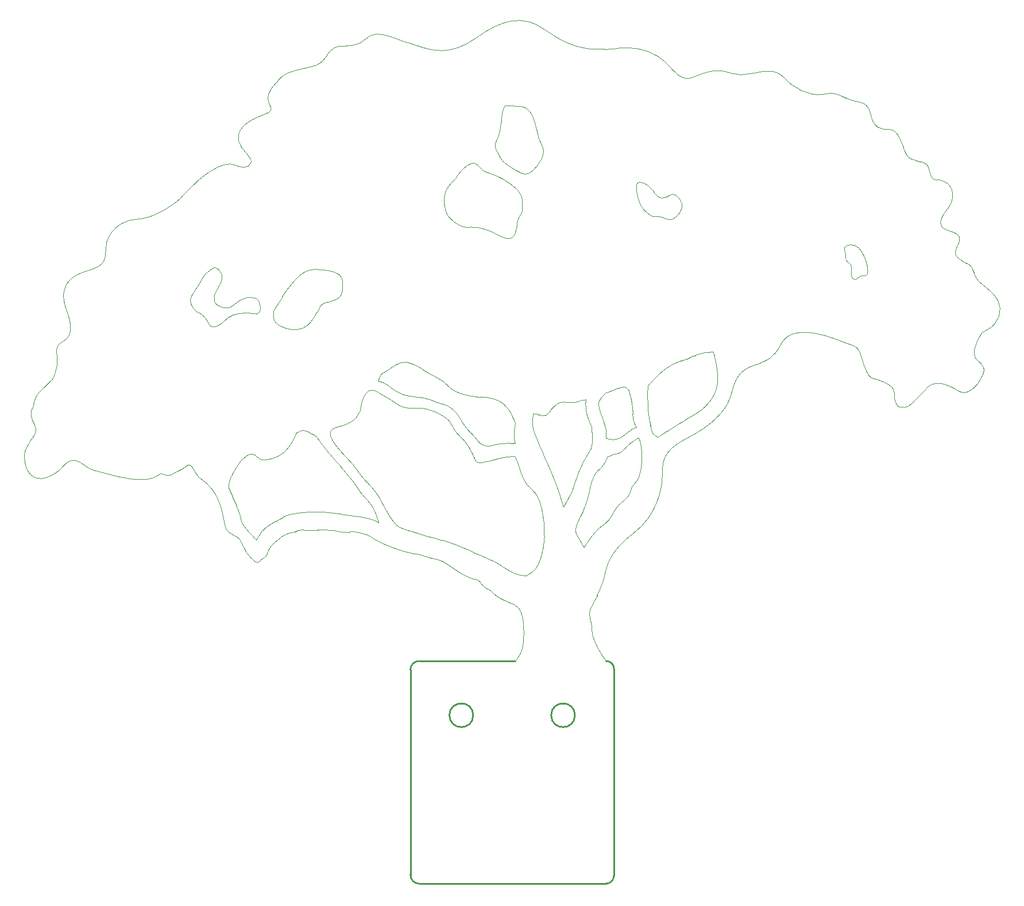
<source format=gbr>
%TF.GenerationSoftware,Altium Limited,Altium Designer,20.0.14 (345)*%
G04 Layer_Color=16711935*
%FSLAX45Y45*%
%MOMM*%
%TF.FileFunction,Other,Mechanical_1*%
%TF.Part,Single*%
G01*
G75*
%TA.AperFunction,NonConductor*%
%ADD44C,0.25400*%
%ADD45C,0.01000*%
D44*
X8649000Y7715827D02*
G03*
X8522000Y7588827I0J-127000D01*
G01*
X11522000Y7602570D02*
G03*
X11408743Y7715827I-113257J0D01*
G01*
X8522000Y4559300D02*
G03*
X8649000Y4432300I127000J0D01*
G01*
X11407700D02*
G03*
X11522000Y4546600I0J114300D01*
G01*
X10947000Y6915800D02*
G03*
X10947000Y6915800I-175000J0D01*
G01*
X9447000D02*
G03*
X9447000Y6915800I-175000J0D01*
G01*
X8649000Y7715827D02*
X10067187D01*
X11522000Y7576127D02*
Y7602570D01*
X8649000Y4432300D02*
X9639300D01*
X11407700D01*
X8522000Y4559300D02*
Y7588827D01*
X11522000Y4546600D02*
Y7576127D01*
D45*
X11744199Y11705140D02*
G03*
X11732758Y11722160I-189645J-115121D01*
G01*
X11732758D02*
G03*
X11726510Y11729946I-115900J-86615D01*
G01*
D02*
G03*
X11719802Y11737097I-86975J-74869D01*
G01*
D02*
G03*
X11712550Y11743502I-66289J-67744D01*
G01*
D02*
G03*
X11704674Y11749047I-51090J-64196D01*
G01*
X11704674Y11749047D02*
G03*
X11665280Y11760383I-40133J-65349D01*
G01*
D02*
G03*
X11553498Y11729195I218450J-998868D01*
G01*
D02*
G03*
X11529284Y11720720I440564J-1297491D01*
G01*
X11412742Y11677519D02*
G03*
X11343171Y11609409I212357J-286502D01*
G01*
X11343171D02*
G03*
X11332648Y11595479I391793J-306915D01*
G01*
D02*
G03*
X11322730Y11581494I554618J-403812D01*
G01*
X11294365Y11539412D02*
G03*
X11298612Y11476832I179202J-19273D01*
G01*
D02*
G03*
X11308407Y11436488I590073J121907D01*
G01*
Y11436488D02*
G03*
X11321726Y11391997I1143164J317967D01*
G01*
X11321726D02*
G03*
X11337375Y11344772I2337512J748363D01*
G01*
X11386365Y11200857D02*
G03*
X11370888Y11247787I-2198601J-699096D01*
G01*
X11399399Y11156856D02*
G03*
X11386365Y11200857I-1078583J-295571D01*
G01*
X11408796Y11117200D02*
G03*
X11399399Y11156856I-550774J-109571D01*
G01*
X11409309Y11091992D02*
G03*
X11408797Y11117200I-117333J10226D01*
G01*
X11407965Y11082940D02*
G03*
X11409309Y11091992I-93499J18506D01*
G01*
X11406212Y11074963D02*
G03*
X11407965Y11082940I-227082J54086D01*
G01*
X11406212Y11074963D02*
G03*
X11404542Y11067091I156804J-37367D01*
G01*
Y11067092D02*
G03*
X11403449Y11058355I77453J-14125D01*
G01*
D02*
G03*
X11403426Y11047784I84243J-5472D01*
G01*
D02*
G03*
X11404965Y11034408I126891J7823D01*
G01*
X11404965D02*
G03*
X11408559Y11017258I218665J36875D01*
G01*
D02*
G03*
X11414702Y10995363I390921J97864D01*
G01*
X11453999Y10990871D02*
G03*
X11414702Y10995363I-45392J-222978D01*
G01*
X11453999Y10990871D02*
G03*
X11491603Y10984202I132039J635106D01*
G01*
X11491603D02*
G03*
X11511804Y10982666I24313J186148D01*
G01*
X11511804D02*
G03*
X11559073Y10988423I2882J173275D01*
G01*
X11559072Y10988423D02*
G03*
X11587768Y10997808I-62169J238644D01*
G01*
D02*
G03*
X11620921Y11012925I-132944J335463D01*
G01*
Y11012926D02*
G03*
X11659348Y11034822I-254191J490741D01*
G01*
X11733438Y11094213D02*
G03*
X11659348Y11034822I1383116J-1801353D01*
G01*
X11761062Y11114621D02*
G03*
X11733438Y11094214I616078J-862797D01*
G01*
X11783519Y11129937D02*
G03*
X11761062Y11114621I336935J-518167D01*
G01*
X11801647Y11140986D02*
G03*
X11783519Y11129937I176841J-310557D01*
G01*
X11816284Y11148592D02*
G03*
X11801647Y11140986I90966J-192924D01*
G01*
X11828265Y11153581D02*
G03*
X11816284Y11148592I48878J-134265D01*
G01*
X11838427Y11156777D02*
G03*
X11828265Y11153581I32821J-122106D01*
G01*
X11847608Y11159006D02*
G03*
X11838427Y11156777I47152J-214269D01*
G01*
X11847608Y11159006D02*
G03*
X11856644Y11161091I-91621J417539D01*
G01*
X11828146Y11213167D02*
G03*
X11856644Y11161091I349366J157354D01*
G01*
X11806557Y11285231D02*
G03*
X11828146Y11213167I293266J48589D01*
G01*
X11803113Y11309786D02*
G03*
X11806557Y11285231I425628J47180D01*
G01*
X11800758Y11335501D02*
G03*
X11803113Y11309786I679323J49262D01*
G01*
X11799018Y11362915D02*
G03*
X11800758Y11335501I1496383J81205D01*
G01*
X11795496Y11424980D02*
G03*
X11792991Y11480055I-411491J8879D01*
G01*
X11792991D02*
G03*
X11789134Y11510432I-721698J-76199D01*
G01*
D02*
G03*
X11783979Y11541690I-957187J-141807D01*
G01*
X11783979Y11541690D02*
G03*
X11777855Y11573068I-1197322J-217412D01*
G01*
X11777854Y11573068D02*
G03*
X11771089Y11603804I-1416587J-295667D01*
G01*
X11771089Y11603805D02*
G03*
X11744199Y11705140I-1592488J-368350D01*
G01*
X10071134Y11227685D02*
G03*
X10057488Y11142363I624136J-143573D01*
G01*
X10057487D02*
G03*
X10054613Y11100804I820104J-77592D01*
G01*
X10054614D02*
G03*
X10054307Y11025138I969367J-41766D01*
G01*
D02*
G03*
X10060078Y10946023I1000985J33253D01*
G01*
D02*
G03*
X10061698Y10933021I644974J73761D01*
G01*
X10062347Y10928454D02*
G03*
X10036860Y10928732I-25443J-1161063D01*
G01*
X10008084Y10928558D02*
G03*
X9928752Y10925843I25734J-1912117D01*
G01*
X9928752Y10925843D02*
G03*
X9882308Y10922606I88839J-1609048D01*
G01*
Y10922605D02*
G03*
X9834087Y10917650I108936J-1297118D01*
G01*
Y10917650D02*
G03*
X9786145Y10910628I117416J-968891D01*
G01*
D02*
G03*
X9740538Y10901193I113766J-664819D01*
G01*
D02*
G03*
X9699324Y10888995I99658J-412457D01*
G01*
X9634812Y10890884D02*
G03*
X9699324Y10888995I40777J290070D01*
G01*
X9609107Y10896636D02*
G03*
X9634812Y10890884I53569J179074D01*
G01*
X9586881Y10905189D02*
G03*
X9609107Y10896636I67552J142389D01*
G01*
X9550205Y10929483D02*
G03*
X9586881Y10905189I106524J120988D01*
G01*
X9534423Y10944616D02*
G03*
X9550205Y10929483I169187J160635D01*
G01*
X9519458Y10961337D02*
G03*
X9534423Y10944616I292172J246440D01*
G01*
X9504644Y10979341D02*
G03*
X9519458Y10961337I732809J587879D01*
G01*
X9489315Y10998324D02*
G03*
X9440587Y11053738I-781231J-637847D01*
G01*
X9440587D02*
G03*
X9418582Y11076584I-1256927J-1188630D01*
G01*
X9377007Y11119542D02*
G03*
X9397541Y11098053I924792J863128D01*
G01*
X9356526Y11142447D02*
G03*
X9377007Y11119542I560656J480727D01*
G01*
X9313892Y11198095D02*
G03*
X9356526Y11142447I538836J368661D01*
G01*
X9290829Y11233631D02*
G03*
X9313893Y11198095I714993J438791D01*
G01*
X9265992Y11276172D02*
G03*
X9290829Y11233631I983036J545413D01*
G01*
X9265992Y11276172D02*
G03*
X9193857Y11383309I-581019J-313343D01*
G01*
D02*
G03*
X9157578Y11420942I-303900J-256666D01*
G01*
Y11420943D02*
G03*
X9080230Y11474086I-237542J-262870D01*
G01*
X9080229Y11474086D02*
G03*
X9037416Y11493496I-233047J-457122D01*
G01*
Y11493496D02*
G03*
X8990677Y11510732I-349114J-874718D01*
G01*
X8818189Y11568888D02*
G03*
X8881937Y11546478I762098J2065994D01*
G01*
X8818189Y11568888D02*
G03*
X8719219Y11596099I-219609J-605150D01*
G01*
D02*
G03*
X8669720Y11604535I-197205J-1007721D01*
G01*
Y11604535D02*
G03*
X8620878Y11610942I-255385J-1757515D01*
G01*
X8527158Y11621924D02*
G03*
X8573191Y11616384I324076J2498714D01*
G01*
X8483278Y11628626D02*
G03*
X8527158Y11621924I167939J952528D01*
G01*
X8442052Y11637554D02*
G03*
X8483279Y11628626I134357J520800D01*
G01*
X8403977Y11649770D02*
G03*
X8442052Y11637553I123374J319081D01*
G01*
X8369552Y11666338D02*
G03*
X8403977Y11649770I120937J207220D01*
G01*
X8298426Y11704252D02*
G03*
X8369552Y11666339I262244J406297D01*
G01*
X8267484Y11725265D02*
G03*
X8298426Y11704252I419889J585015D01*
G01*
X8238320Y11746750D02*
G03*
X8267484Y11725265I904770J1197593D01*
G01*
X8209958Y11768034D02*
G03*
X8181421Y11788443I-536183J-719585D01*
G01*
Y11788442D02*
G03*
X8151732Y11807302I-283192J-413003D01*
G01*
X8151732D02*
G03*
X8119915Y11823939I-187414J-319675D01*
G01*
X8119915Y11823939D02*
G03*
X8045988Y11847850I-136297J-295156D01*
G01*
X8077806Y11920576D02*
G03*
X8045988Y11847850I725220J-360611D01*
G01*
X8090350Y11941736D02*
G03*
X8077806Y11920576I161140J-109824D01*
G01*
X8102321Y11956053D02*
G03*
X8090350Y11941736I67035J-68216D01*
G01*
X8114975Y11965999D02*
G03*
X8102321Y11956053I42414J-66983D01*
G01*
X8129563Y11974043D02*
G03*
X8114975Y11965999I66170J-137263D01*
G01*
X8147340Y11982654D02*
G03*
X8169560Y11994303I-192290J393776D01*
G01*
X8169560D02*
G03*
X8197475Y12011461I-215871J382512D01*
G01*
D02*
G03*
X8232340Y12036596I-335920J502692D01*
G01*
X8287979Y12072704D02*
G03*
X8232340Y12036596I557601J-920148D01*
G01*
X8314267Y12087667D02*
G03*
X8287979Y12072704I294514J-547966D01*
G01*
X8339751Y12100353D02*
G03*
X8314267Y12087668I188847J-411308D01*
G01*
X8364594Y12110598D02*
G03*
X8339751Y12100353I117380J-319901D01*
G01*
X8388958Y12118236D02*
G03*
X8364594Y12110598I67519J-258035D01*
G01*
X8413006Y12123106D02*
G03*
X8388958Y12118236I31419J-216982D01*
G01*
X8436900Y12125042D02*
G03*
X8413006Y12123106I3515J-191766D01*
G01*
X8484878Y12119461D02*
G03*
X8436900Y12125042I-44832J-176374D01*
G01*
X8660781Y12045609D02*
G03*
X8484878Y12119460I-326150J-530429D01*
G01*
X8695455Y12023736D02*
G03*
X8660781Y12045609I-613841J-934655D01*
G01*
X8762115Y11979578D02*
G03*
X8796523Y11958344I505091J779955D01*
G01*
Y11958343D02*
G03*
X8833265Y11938373I322495J549544D01*
G01*
D02*
G03*
X8873550Y11920192I244588J488247D01*
G01*
X9000989Y11843799D02*
G03*
X8873550Y11920192I-306261J-366412D01*
G01*
X9033980Y11815076D02*
G03*
X9000989Y11843799I-552815J-601648D01*
G01*
X9064929Y11786163D02*
G03*
X9095457Y11757925I1105824J1164859D01*
G01*
D02*
G03*
X9127185Y11731225I410848J456015D01*
G01*
Y11731225D02*
G03*
X9161734Y11706928I249934J318676D01*
G01*
X9161734D02*
G03*
X9245781Y11668996I180844J288625D01*
G01*
X9245781Y11668996D02*
G03*
X9333656Y11642034I516790J1527637D01*
G01*
Y11642034D02*
G03*
X9369490Y11632979I255341J935086D01*
G01*
D02*
G03*
X9401312Y11626310I169404J729065D01*
G01*
X9401311Y11626310D02*
G03*
X9483129Y11616375I120055J646850D01*
G01*
Y11616376D02*
G03*
X9509328Y11615008I83153J1341448D01*
G01*
X9764241Y11579317D02*
G03*
X9566368Y11612645I-220801J-706876D01*
G01*
X9836149Y11548676D02*
G03*
X9764241Y11579317I-212252J-398408D01*
G01*
X9893412Y11510922D02*
G03*
X9836149Y11548676I-233349J-291624D01*
G01*
X9974123Y11420694D02*
G03*
X9893412Y11510922I-320422J-205412D01*
G01*
X10002631Y11371529D02*
G03*
X9974123Y11420694I-506602J-260911D01*
G01*
X10026616Y11321870D02*
G03*
X10002631Y11371529I-993364J-449155D01*
G01*
X10048606Y11273371D02*
G03*
X10071134Y11227685I732267J332680D01*
G01*
X11384371Y7745117D02*
G03*
X11408743Y7715827I98200J56928D01*
G01*
X11360036Y7780642D02*
G03*
X11384371Y7745117I904396J593399D01*
G01*
X11330953Y7826669D02*
G03*
X11360036Y7780642I1283214J778652D01*
G01*
X11268583Y7939970D02*
G03*
X11330953Y7826669I1323026J654486D01*
G01*
X11240319Y8002116D02*
G03*
X11268582Y7939970I998129J416432D01*
G01*
X11217353Y8064507D02*
G03*
X11240320Y8002116I727313J232300D01*
G01*
X11202196Y8124580D02*
G03*
X11217353Y8064507I477498J88536D01*
G01*
X11197358Y8179770D02*
G03*
X11202195Y8124580I279573J-3301D01*
G01*
X11197358Y8179770D02*
G03*
X11191924Y8243415I-340992J2939D01*
G01*
D02*
G03*
X11185737Y8275736I-797665J-135935D01*
G01*
X11171939Y8340356D02*
G03*
X11178708Y8308118I1429526J283296D01*
G01*
X11166534Y8372248D02*
G03*
X11171939Y8340357I571409J80431D01*
G01*
X11163597Y8403589D02*
G03*
X11166534Y8372248I336329J15717D01*
G01*
X11164229Y8434175D02*
G03*
X11163597Y8403589I225526J-19963D01*
G01*
X11169535Y8463803D02*
G03*
X11164229Y8434175I164345J-44718D01*
G01*
X11180616Y8492270D02*
G03*
X11169535Y8463803I130907J-67351D01*
G01*
X11180616Y8492270D02*
G03*
X11244835Y8619655I-6218942J3215054D01*
G01*
X11273063Y8678395D02*
G03*
X11298624Y8734115I-2751138J1295768D01*
G01*
D02*
G03*
X11321458Y8787025I-2078315J928323D01*
G01*
X11321458Y8787025D02*
G03*
X11341508Y8837337I-1599965J666738D01*
G01*
D02*
G03*
X11358713Y8885262I-1252840J476822D01*
G01*
X11358713D02*
G03*
X11373015Y8931011I-997625J336980D01*
G01*
D02*
G03*
X11384353Y8974794I-808775J232814D01*
G01*
Y8974795D02*
G03*
X11392670Y9016823I-669139J154251D01*
G01*
X11434853Y9159857D02*
G03*
X11392670Y9016823I575997J-247608D01*
G01*
X11467655Y9227434D02*
G03*
X11434853Y9159857I666993J-365502D01*
G01*
X11506768Y9292041D02*
G03*
X11467655Y9227434I727794J-484757D01*
G01*
X11551072Y9353416D02*
G03*
X11506768Y9292041I789681J-616706D01*
G01*
X11599444Y9411301D02*
G03*
X11551072Y9353416I846637J-756655D01*
G01*
X11703911Y9515566D02*
G03*
X11599444Y9411301I879125J-985295D01*
G01*
X11811197Y9602761D02*
G03*
X11703911Y9515566I872623J-1183291D01*
G01*
X11811197Y9602761D02*
G03*
X12034228Y9833993I-586735J789103D01*
G01*
X12034228Y9833993D02*
G03*
X12152811Y10054548I-922770J638290D01*
G01*
D02*
G03*
X12224143Y10305886I-1153334J463117D01*
G01*
D02*
G03*
X12235016Y10448444I-890659J139624D01*
G01*
X12240121Y10586457D02*
G03*
X12236114Y10517933I915123J-87890D01*
G01*
X12251387Y10654190D02*
G03*
X12240121Y10586458I487323J-115864D01*
G01*
X12274264Y10721301D02*
G03*
X12251387Y10654190I347629J-155954D01*
G01*
X12313103Y10787965D02*
G03*
X12274264Y10721302I303882J-221687D01*
G01*
X12372253Y10854352D02*
G03*
X12313103Y10787965I317971J-342854D01*
G01*
X12456066Y10920634D02*
G03*
X12372253Y10854352I381487J-568515D01*
G01*
X12568893Y10986984D02*
G03*
X12456066Y10920634I495562J-971795D01*
G01*
X12568893Y10986985D02*
G03*
X12706681Y11061915I-1491469J2906782D01*
G01*
Y11061915D02*
G03*
X12774051Y11102379I-1147397J1986636D01*
G01*
X12774051Y11102380D02*
G03*
X12839850Y11145360I-1009270J1616973D01*
G01*
X12839850D02*
G03*
X12903664Y11191243I-918185J1344303D01*
G01*
D02*
G03*
X12965076Y11240417I-858284J1134815D01*
G01*
D02*
G03*
X13023668Y11293268I-821391J969538D01*
G01*
D02*
G03*
X13130739Y11411553I-774074J808289D01*
G01*
X13130739D02*
G03*
X13178384Y11477761I-818595J639337D01*
G01*
D02*
G03*
X13233644Y11595489I-427764J272617D01*
G01*
X13233644D02*
G03*
X13253136Y11658746I-1257387J422087D01*
G01*
X13290904Y11787026D02*
G03*
X13253136Y11658746I2603270J-836155D01*
G01*
X13315204Y11849243D02*
G03*
X13290904Y11787026I617780J-277140D01*
G01*
X13347130Y11908306D02*
G03*
X13315204Y11849243I385379J-246476D01*
G01*
X13389696Y11962811D02*
G03*
X13347131Y11908306I272342J-256549D01*
G01*
X13518787Y12052537D02*
G03*
X13389696Y11962811I159097J-366624D01*
G01*
X13620839Y12092006D02*
G03*
X13518787Y12052537I399579J-1184865D01*
G01*
X13670761Y12109615D02*
G03*
X13719693Y12128581I-354458J987119D01*
G01*
X13719693Y12128581D02*
G03*
X13767448Y12150984I-233266J559342D01*
G01*
D02*
G03*
X13813837Y12178904I-213839J407791D01*
G01*
D02*
G03*
X13901762Y12259616I-243935J353978D01*
G01*
X13901762D02*
G03*
X13942918Y12316568I-416390J344258D01*
G01*
X13942920D02*
G03*
X13981956Y12387359I-606292J380488D01*
G01*
X14193069Y12552205D02*
G03*
X13981956Y12387359I60485J-295069D01*
G01*
X14290015Y12565753D02*
G03*
X14193069Y12552205I22693J-515989D01*
G01*
X14395140Y12563301D02*
G03*
X14290016Y12565753I-70407J-763559D01*
G01*
X14505380Y12547665D02*
G03*
X14395140Y12563301I-211089J-1091867D01*
G01*
X14617670Y12521667D02*
G03*
X14505380Y12547665I-404205J-1490287D01*
G01*
X14728946Y12488124D02*
G03*
X14617670Y12521667I-645412J-1939742D01*
G01*
X14836143Y12449855D02*
G03*
X14728946Y12488123I-922987J-2416189D01*
G01*
X14936197Y12409681D02*
G03*
X14836143Y12449855I-1222296J-2899419D01*
G01*
X14936197Y12409680D02*
G03*
X14980579Y12394398I180184J451217D01*
G01*
X15030016Y12378216D02*
G03*
X15005043Y12386784I-200362J-543300D01*
G01*
X15054742Y12367966D02*
G03*
X15030016Y12378217I-141190J-305650D01*
G01*
X15078468Y12355305D02*
G03*
X15054742Y12367966I-121732J-199568D01*
G01*
X15100441Y12339505D02*
G03*
X15078468Y12355305I-115412J-137322D01*
G01*
X15119905Y12319838D02*
G03*
X15100441Y12339506I-117731J-97044D01*
G01*
X15148286Y12265986D02*
G03*
X15119905Y12319838I-148313J-43762D01*
G01*
X15148286Y12265986D02*
G03*
X15215797Y12062825I3306163J985855D01*
G01*
Y12062825D02*
G03*
X15242581Y11997399I1032246J384371D01*
G01*
D02*
G03*
X15266177Y11951174I441521J196241D01*
G01*
X15266177D02*
G03*
X15287680Y11920475I183965J105975D01*
G01*
D02*
G03*
X15308186Y11901623I83969J70763D01*
G01*
Y11901623D02*
G03*
X15328793Y11890944I51964J75046D01*
G01*
D02*
G03*
X15350592Y11884760I57052J159620D01*
G01*
X15402158Y11871176D02*
G03*
X15374683Y11879397I-83484J-228995D01*
G01*
X15503773Y11830090D02*
G03*
X15402158Y11871176I-595811J-1327398D01*
G01*
X15543814Y11810239D02*
G03*
X15503773Y11830090I-315181J-585427D01*
G01*
X15577148Y11790211D02*
G03*
X15543814Y11810238I-225709J-337917D01*
G01*
X15604129Y11769529D02*
G03*
X15577148Y11790211I-170548J-194547D01*
G01*
X15625107Y11747716D02*
G03*
X15604129Y11769529I-138399J-112108D01*
G01*
X15640437Y11724293D02*
G03*
X15625107Y11747716I-124629J-64840D01*
G01*
X15655562Y11670708D02*
G03*
X15640437Y11724293I-142957J-11425D01*
G01*
X15656062Y11639591D02*
G03*
X15655562Y11670708I-216675J12074D01*
G01*
X15656062Y11639591D02*
G03*
X15658432Y11600119I208974J-7266D01*
G01*
D02*
G03*
X15662462Y11577900I320399J46644D01*
G01*
X15662462D02*
G03*
X15675395Y11533141I332472J71817D01*
G01*
D02*
G03*
X15683971Y11512457I247652J90550D01*
G01*
X15683971Y11512458D02*
G03*
X15693732Y11494144I169330J78497D01*
G01*
X15693732Y11494143D02*
G03*
X15704517Y11479128I98937J59678D01*
G01*
D02*
G03*
X15716159Y11468340I48718J40902D01*
G01*
Y11468340D02*
G03*
X15728497Y11462708I20245J28022D01*
G01*
D02*
G03*
X15806886Y11458187I52470J227875D01*
G01*
D02*
G03*
X15865073Y11475416I-20939J177578D01*
G01*
X15865073Y11475416D02*
G03*
X15927504Y11527742I-77827J156263D01*
G01*
Y11527742D02*
G03*
X15933089Y11535907I-112420J82884D01*
G01*
X16297096Y11814564D02*
G03*
X16133304Y11747939I-9380J-211588D01*
G01*
X16356589Y11808019D02*
G03*
X16297096Y11814564I-66346J-329400D01*
G01*
X16415585Y11792223D02*
G03*
X16356589Y11808019I-152949J-453186D01*
G01*
X16472324Y11770252D02*
G03*
X16415585Y11792223I-273104J-621011D01*
G01*
X16525037Y11745181D02*
G03*
X16472324Y11770252I-442089J-861561D01*
G01*
X16571957Y11720086D02*
G03*
X16525037Y11745181I-759573J-1363830D01*
G01*
X16611325Y11698043D02*
G03*
X16641373Y11682126I283646J499135D01*
G01*
X16641373D02*
G03*
X16681195Y11675330I33410J75694D01*
G01*
D02*
G03*
X16705119Y11678702I-7755J141555D01*
G01*
D02*
G03*
X16730983Y11686526I-43252J189660D01*
G01*
D02*
G03*
X16758240Y11698753I-89409J235789D01*
G01*
X16758238Y11698753D02*
G03*
X16786334Y11715336I-142872J274140D01*
G01*
X16786334Y11715337D02*
G03*
X16814720Y11736230I-199518J300799D01*
G01*
D02*
G03*
X16870163Y11790757I-268030J327984D01*
G01*
X16870164D02*
G03*
X16896120Y11824296I-358165J304001D01*
G01*
X16896120Y11824296D02*
G03*
X16963969Y11946008I-429595J319252D01*
G01*
X16963969Y11946008D02*
G03*
X16975381Y11991654I-195845J73213D01*
G01*
Y11991654D02*
G03*
X16974866Y12029453I-130783J17115D01*
G01*
D02*
G03*
X16947284Y12088394I-124821J-22487D01*
G01*
X16947282D02*
G03*
X16924838Y12112977I-212061J-171092D01*
G01*
D02*
G03*
X16899702Y12136593I-734737J-756802D01*
G01*
X16874187Y12160965D02*
G03*
X16899702Y12136593I517629J516383D01*
G01*
X16850601Y12187812D02*
G03*
X16874187Y12160965I223902J172922D01*
G01*
X16831917Y12256526D02*
G03*
X16850601Y12187812I111718J-6520D01*
G01*
X16835849Y12300155D02*
G03*
X16831917Y12256525I266670J-46027D01*
G01*
X16846498Y12347007D02*
G03*
X16835849Y12300155I418847J-119836D01*
G01*
X16862263Y12394863D02*
G03*
X16846498Y12347007I575143J-216007D01*
G01*
X16881548Y12441502D02*
G03*
X16862263Y12394863I682400J-309453D01*
G01*
X16924271Y12522255D02*
G03*
X16881548Y12441502I606578J-372582D01*
G01*
X16944508Y12551929D02*
G03*
X16924271Y12522255I307426J-231411D01*
G01*
X16961867Y12571511D02*
G03*
X16944508Y12551930I99471J-105663D01*
G01*
X16994321Y12587486D02*
G03*
X16961867Y12571511I141606J-328632D01*
G01*
X16994321Y12587486D02*
G03*
X17024300Y12603112I-249272J514777D01*
G01*
D02*
G03*
X17059473Y12624850I-233296J416817D01*
G01*
X17059473D02*
G03*
X17096863Y12653464I-234082J344621D01*
G01*
X17096861D02*
G03*
X17133492Y12689717I-237726J276816D01*
G01*
D02*
G03*
X17192548Y12788200I-237661J209464D01*
G01*
D02*
G03*
X17212810Y12926411I-327490J118604D01*
G01*
D02*
G03*
X17190588Y13014156I-242682J-14771D01*
G01*
X17190590D02*
G03*
X17168591Y13055852I-339729J-152593D01*
G01*
X17168591Y13055852D02*
G03*
X17141835Y13095206I-414956J-253336D01*
G01*
D02*
G03*
X17112201Y13131552I-486033J-366022D01*
G01*
D02*
G03*
X17081564Y13164223I-539784J-475467D01*
G01*
Y13164223D02*
G03*
X17002415Y13233510I-539116J-536007D01*
G01*
Y13233508D02*
G03*
X16986543Y13244804I-200359J-264751D01*
G01*
X16888356Y13330058D02*
G03*
X16986543Y13244804I330610J281596D01*
G01*
X16841179Y13408919D02*
G03*
X16888356Y13330058I282015J115173D01*
G01*
X16827856Y13445250D02*
G03*
X16841179Y13408919I497796J161930D01*
G01*
X16816649Y13479147D02*
G03*
X16804013Y13510327I-265702J-89527D01*
G01*
X16804013Y13510327D02*
G03*
X16786401Y13538512I-135270J-64927D01*
G01*
X16786403Y13538512D02*
G03*
X16760272Y13563422I-106469J-85527D01*
G01*
Y13563422D02*
G03*
X16722076Y13584776I-112136J-155729D01*
G01*
X16615698Y13649020D02*
G03*
X16645776Y13629745I344763J504880D01*
G01*
X16591418Y13667757D02*
G03*
X16615698Y13649020I167644J192143D01*
G01*
X16573250Y13687155D02*
G03*
X16591418Y13667757I103564J78792D01*
G01*
X16561507Y13708415D02*
G03*
X16573250Y13687155I79773J30193D01*
G01*
X16556499Y13732738D02*
G03*
X16561507Y13708415I82638J4335D01*
G01*
X16558542Y13761324D02*
G03*
X16556499Y13732738I118026J-22802D01*
G01*
X16567947Y13795372D02*
G03*
X16558542Y13761324I207790J-75729D01*
G01*
X16585031Y13836084D02*
G03*
X16567949Y13795372I397353J-190670D01*
G01*
X16585031Y13836084D02*
G03*
X16609412Y13894044I-485965J238518D01*
G01*
X16609412Y13894044D02*
G03*
X16616460Y13920490I-188371J64365D01*
G01*
X16616460D02*
G03*
X16618620Y13945285I-115583J22563D01*
G01*
X16618620Y13945284D02*
G03*
X16614798Y13968457I-82675J-1734D01*
G01*
D02*
G03*
X16603899Y13990038I-74409J-24036D01*
G01*
X16603899Y13990038D02*
G03*
X16584830Y14010056I-84036J-60967D01*
G01*
Y14010056D02*
G03*
X16556493Y14028539I-107924J-134493D01*
G01*
D02*
G03*
X16517793Y14045518I-143665J-274845D01*
G01*
D02*
G03*
X16467641Y14061021I-189267J-523393D01*
G01*
X16382936Y14097321D02*
G03*
X16467641Y14061021I142973J216647D01*
G01*
X16357193Y14121629D02*
G03*
X16382936Y14097321I94600J74399D01*
G01*
X16337457Y14182899D02*
G03*
X16357193Y14121629I95264J-3129D01*
G01*
X16342879Y14219995D02*
G03*
X16337457Y14182899I147467J-40493D01*
G01*
X16358099Y14261488D02*
G03*
X16342879Y14219995I234821J-109681D01*
G01*
X16382829Y14307446D02*
G03*
X16358099Y14261488I379130J-233630D01*
G01*
X16416772Y14357938D02*
G03*
X16382829Y14307446I599113J-439410D01*
G01*
X16459634Y14413029D02*
G03*
X16416772Y14357938I920041J-760053D01*
G01*
X16459634Y14413028D02*
G03*
X16498235Y14485141I-186598J146269D01*
G01*
D02*
G03*
X16512675Y14628040I-290582J101544D01*
G01*
D02*
G03*
X16500475Y14676134I-235965J-34264D01*
G01*
X16500476Y14676134D02*
G03*
X16477507Y14720796I-193866J-71464D01*
G01*
X16477507Y14720796D02*
G03*
X16393842Y14791019I-169923J-117496D01*
G01*
D02*
G03*
X16330434Y14812183I-122681J-262000D01*
G01*
X16330434Y14812183D02*
G03*
X16276038Y14818752I-63591J-298066D01*
G01*
X16256509Y14819649D02*
G03*
X16276038Y14818752I40877J677313D01*
G01*
X16240588Y14822093D02*
G03*
X16256509Y14819649I20389J79714D01*
G01*
X16227142Y14828442D02*
G03*
X16240588Y14822093I24027J33476D01*
G01*
X16215039Y14841049D02*
G03*
X16227142Y14828442I44188J30307D01*
G01*
X16203148Y14862271D02*
G03*
X16215039Y14841049I120053J53322D01*
G01*
X16190340Y14894463D02*
G03*
X16203148Y14862271I362011J125400D01*
G01*
X16175481Y14939980D02*
G03*
X16190340Y14894463I1082902J328327D01*
G01*
X16157442Y15001176D02*
G03*
X16175481Y14939980I3322163J946052D01*
G01*
X16157442Y15001176D02*
G03*
X16116344Y15055663I-88890J-24304D01*
G01*
X16116345D02*
G03*
X16094768Y15067068I-84333J-133427D01*
G01*
Y15067068D02*
G03*
X16069789Y15076508I-109703J-252548D01*
G01*
X16069789Y15076508D02*
G03*
X16041737Y15084824I-176359J-543411D01*
G01*
X15942369Y15111502D02*
G03*
X15977702Y15101476I314671J1041566D01*
G01*
X15905257Y15123792D02*
G03*
X15942369Y15111502I253852J704413D01*
G01*
X15835217Y15189508D02*
G03*
X15905258Y15123792I127283J65476D01*
G01*
X15808919Y15241718D02*
G03*
X15835217Y15189508I409616J173607D01*
G01*
X15785442Y15300986D02*
G03*
X15808919Y15241718I1131032J413727D01*
G01*
X15762543Y15362933D02*
G03*
X15737979Y15423181I-979846J-364363D01*
G01*
X15737979D02*
G03*
X15709506Y15477348I-412882J-182466D01*
G01*
D02*
G03*
X15674881Y15521053I-196274J-119932D01*
G01*
D02*
G03*
X15631857Y15549916I-97720J-99164D01*
G01*
Y15549916D02*
G03*
X15578197Y15559557I-49246J-119950D01*
G01*
X15410657Y15594128D02*
G03*
X15578197Y15559557I141860J264215D01*
G01*
X15336620Y15686172D02*
G03*
X15410657Y15594128I174494J64559D01*
G01*
X15317659Y15743053D02*
G03*
X15336620Y15686172I482372J129197D01*
G01*
X15301668Y15801466D02*
G03*
X15281842Y15857137I-398582J-110576D01*
G01*
Y15857138D02*
G03*
X15251379Y15905791I-180991J-79460D01*
G01*
Y15905789D02*
G03*
X15131339Y15964925I-136451J-125585D01*
G01*
X15030043Y15989655D02*
G03*
X15131339Y15964925I188312J551500D01*
G01*
X14983162Y16006879D02*
G03*
X15030045Y15989655I335593J840979D01*
G01*
X14938393Y16025528D02*
G03*
X14983162Y16006879I650451J1498481D01*
G01*
X14895433Y16044238D02*
G03*
X14853987Y16061649I-623165J-1425449D01*
G01*
Y16061649D02*
G03*
X14813753Y16076398I-247920J-614085D01*
G01*
Y16076398D02*
G03*
X14774431Y16087122I-120320J-363718D01*
G01*
Y16087122D02*
G03*
X14735722Y16092459I-54374J-251275D01*
G01*
X14735722D02*
G03*
X14697330Y16091049I-11923J-198768D01*
G01*
X14595750Y16077489D02*
G03*
X14697330Y16091049I-722388J5798541D01*
G01*
X14556380Y16073683D02*
G03*
X14595750Y16077489I-63334J860713D01*
G01*
X14521394Y16072462D02*
G03*
X14556381Y16073683I1695J453777D01*
G01*
X14488373Y16074283D02*
G03*
X14521394Y16072462I34721J329646D01*
G01*
X14454897Y16079593D02*
G03*
X14488373Y16074283I69467J329746D01*
G01*
X14418542Y16088847D02*
G03*
X14454897Y16079593I132457J444296D01*
G01*
X14376892Y16102498D02*
G03*
X14418542Y16088847I273153J763053D01*
G01*
X14327525Y16120998D02*
G03*
X14376892Y16102499I625328J1593577D01*
G01*
X14133636Y16225426D02*
G03*
X14268021Y16144800I320661J382159D01*
G01*
X14085074Y16269983D02*
G03*
X14133636Y16225426I542160J542154D01*
G01*
X14041740Y16313510D02*
G03*
X13998244Y16353111I-416443J-413719D01*
G01*
Y16353111D02*
G03*
X13949191Y16385892I-192876J-235526D01*
G01*
Y16385892D02*
G03*
X13812854Y16419408I-139447J-273188D01*
G01*
X13812852Y16419408D02*
G03*
X13714783Y16414352I-17549J-613405D01*
G01*
X13714783Y16414352D02*
G03*
X13589589Y16390897I149477J-1143600D01*
G01*
X13393407Y16365918D02*
G03*
X13589589Y16390897I-207J784541D01*
G01*
X13261812Y16385381D02*
G03*
X13393407Y16365918I140646J496344D01*
G01*
X13207043Y16401630D02*
G03*
X13261812Y16385381I553804J1766229D01*
G01*
X13207043Y16401630D02*
G03*
X13152589Y16416812I-265114J-845643D01*
G01*
Y16416811D02*
G03*
X13093176Y16426868I-102367J-424286D01*
G01*
D02*
G03*
X13023524Y16427737I-40134J-424484D01*
G01*
X13023526D02*
G03*
X12938361Y16415363I42172J-589508D01*
G01*
Y16415363D02*
G03*
X12832404Y16385686I211312J-958413D01*
G01*
D02*
G03*
X12717334Y16342300I739204J-2134870D01*
G01*
X12671364Y16325296D02*
G03*
X12717334Y16342300I-298939J878822D01*
G01*
X12629901Y16314204D02*
G03*
X12671364Y16325296I-60232J308222D01*
G01*
X12590546Y16311118D02*
G03*
X12629901Y16314204I6109J174542D01*
G01*
X12508550Y16337320D02*
G03*
X12590546Y16311119I92171J147042D01*
G01*
X12461108Y16370790D02*
G03*
X12508550Y16337320I241207J291540D01*
G01*
X12406169Y16420627D02*
G03*
X12461108Y16370789I549361J550404D01*
G01*
X12341331Y16488922D02*
G03*
X12406169Y16420627I1223836J1096963D01*
G01*
X12341331Y16488922D02*
G03*
X12157685Y16646156I-656594J-581015D01*
G01*
Y16646156D02*
G03*
X11874180Y16750200I-388007J-618990D01*
G01*
X11874180Y16750201D02*
G03*
X11777612Y16760143I-151035J-993067D01*
G01*
D02*
G03*
X11680041Y16762053I-76398J-1409517D01*
G01*
D02*
G03*
X11581488Y16758534I35553J-2377383D01*
G01*
X11209263Y16744936D02*
G03*
X11381510Y16745618I80265J1478656D01*
G01*
X11127093Y16752716D02*
G03*
X11209263Y16744936I147246J1117198D01*
G01*
X10801668Y16851659D02*
G03*
X11127093Y16752716I467196J951991D01*
G01*
X10716175Y16896277D02*
G03*
X10801668Y16851659I717073J1269749D01*
G01*
X10627048Y16950020D02*
G03*
X10716175Y16896277I986839J1535777D01*
G01*
X10533296Y17013475D02*
G03*
X10627048Y16950020I1372708J1927152D01*
G01*
X10533295Y17013475D02*
G03*
X10366549Y17111906I-597545J-821810D01*
G01*
X10366549D02*
G03*
X10280075Y17144489I-279412J-610514D01*
G01*
D02*
G03*
X9992625Y17156540I-167633J-564221D01*
G01*
Y17156541D02*
G03*
X9883125Y17126669I157458J-792821D01*
G01*
Y17126669D02*
G03*
X9764614Y17077191I360547J-1030266D01*
G01*
X9764614Y17077191D02*
G03*
X9635789Y17006509I675350J-1383646D01*
G01*
X9635789D02*
G03*
X9495349Y16913029I1155401J-1888035D01*
G01*
X9224126Y16766525D02*
G03*
X9495349Y16913029I-377296J1022800D01*
G01*
X9102567Y16734099D02*
G03*
X9224126Y16766525I-137368J759045D01*
G01*
X8882731Y16728831D02*
G03*
X9102567Y16734100I92740J719448D01*
G01*
X8782524Y16747160D02*
G03*
X8882731Y16728831I217439J905709D01*
G01*
X8687504Y16773578D02*
G03*
X8782524Y16747160I423466J1339030D01*
G01*
X8596707Y16803671D02*
G03*
X8687504Y16773578I1165260J3363823D01*
G01*
X8596707Y16803670D02*
G03*
X8509167Y16833025I-1461809J-4214214D01*
G01*
X8509167D02*
G03*
X8423921Y16857225I-368083J-1134333D01*
G01*
X8352956Y16883200D02*
G03*
X8423921Y16857225I266076J616984D01*
G01*
X8301475Y16903403D02*
G03*
X8242799Y16924580I-571434J-1491373D01*
G01*
D02*
G03*
X8179534Y16943857I-338591J-997785D01*
G01*
Y16943857D02*
G03*
X8114282Y16958357I-188489J-694148D01*
G01*
X8114283D02*
G03*
X8049650Y16965205I-82609J-471290D01*
G01*
Y16965205D02*
G03*
X7988241Y16961523I-12216J-310268D01*
G01*
Y16961523D02*
G03*
X7932658Y16944438I32923J-206055D01*
G01*
X7932658D02*
G03*
X7885506Y16911072I71645J-151245D01*
G01*
X7654644Y16797003D02*
G03*
X7885506Y16911072I-41473J374591D01*
G01*
X7612271Y16793439D02*
G03*
X7654644Y16797003I-25726J559427D01*
G01*
X7572466Y16792494D02*
G03*
X7612271Y16793439I-1741J912050D01*
G01*
X7535786Y16792542D02*
G03*
X7502788Y16791953I-3743J-716595D01*
G01*
Y16791953D02*
G03*
X7474031Y16789104I9055J-237906D01*
G01*
D02*
G03*
X7341234Y16718304I30937J-217970D01*
G01*
X7341234Y16718304D02*
G03*
X7312584Y16682893I295055J-268022D01*
G01*
X7312584Y16682893D02*
G03*
X7286030Y16644911I1435036J-1031495D01*
G01*
X7258146Y16606354D02*
G03*
X7286030Y16644911I-661360J507655D01*
G01*
X7225504Y16569221D02*
G03*
X7258146Y16606354I-267460J268033D01*
G01*
X7184678Y16535515D02*
G03*
X7225504Y16569221I-162832J238801D01*
G01*
X7132239Y16507231D02*
G03*
X7184678Y16535515I-113915J273950D01*
G01*
X7064763Y16486369D02*
G03*
X7132240Y16507231I-79148J375565D01*
G01*
X7064763Y16486369D02*
G03*
X6860339Y16438641I1048281J-4951534D01*
G01*
X6860339D02*
G03*
X6788407Y16418307I426232J-1645150D01*
G01*
D02*
G03*
X6732245Y16398993I250897J-820883D01*
G01*
X6732246Y16398993D02*
G03*
X6688544Y16379703I169545J-443225D01*
G01*
X6688544Y16379703D02*
G03*
X6653991Y16359435I142693J-282856D01*
G01*
X6653991D02*
G03*
X6625275Y16337190I164318J-241800D01*
G01*
Y16337190D02*
G03*
X6599084Y16311974I281965J-319067D01*
G01*
X6599083Y16311974D02*
G03*
X6572106Y16282785I919555J-876913D01*
G01*
X6541032Y16248624D02*
G03*
X6430590Y16081387I341951J-345911D01*
G01*
D02*
G03*
X6419390Y16019745I189464J-66261D01*
G01*
Y16019743D02*
G03*
X6442268Y15928680I196207J886D01*
G01*
X6468490Y15864946D02*
G03*
X6459238Y15894569I-91632J-12363D01*
G01*
X6429628Y15809779D02*
G03*
X6468490Y15864946I-20450J55677D01*
G01*
X6364407Y15779547D02*
G03*
X6429628Y15809779I-138792J384884D01*
G01*
X6364407Y15779547D02*
G03*
X6261535Y15738370I610569J-1674442D01*
G01*
Y15738370D02*
G03*
X6192705Y15704562I397837J-896975D01*
G01*
D02*
G03*
X6122808Y15661424I332993J-617738D01*
G01*
X6122808Y15661424D02*
G03*
X6059738Y15608562I267385J-383062D01*
G01*
D02*
G03*
X6011393Y15545583I211854J-212674D01*
G01*
D02*
G03*
X5985666Y15472095I185419J-106159D01*
G01*
X5985666D02*
G03*
X5990456Y15387711I211115J-30347D01*
G01*
X5990455Y15387711D02*
G03*
X6033656Y15292036I314808J84557D01*
G01*
D02*
G03*
X6123163Y15184682I524770J346536D01*
G01*
X6170306Y15111958D02*
G03*
X6123163Y15184682I-159208J-51566D01*
G01*
X6173036Y15080034D02*
G03*
X6170306Y15111958I-83984J8896D01*
G01*
X6144472Y15029997D02*
G03*
X6173037Y15080034I-45485J59138D01*
G01*
X6116240Y15013858D02*
G03*
X6144472Y15029997I-38894J100803D01*
G01*
X6080751Y15004958D02*
G03*
X6116240Y15013858I-17966J146819D01*
G01*
X6039535Y15004279D02*
G03*
X6080751Y15004958I17443J192730D01*
G01*
X5994125Y15012811D02*
G03*
X6039535Y15004279I66845J230624D01*
G01*
X5946053Y15031544D02*
G03*
X5994125Y15012811I127960J257338D01*
G01*
X5946052Y15031544D02*
G03*
X5776248Y15038629I-94241J-220284D01*
G01*
Y15038629D02*
G03*
X5679448Y15002071I152815J-551053D01*
G01*
X5679448D02*
G03*
X5579788Y14946616I418822J-869941D01*
G01*
D02*
G03*
X5481073Y14878139I780788J-1230991D01*
G01*
D02*
G03*
X5387106Y14802522I1177975J-1560029D01*
G01*
Y14802522D02*
G03*
X5171735Y14591600I1412349J-1657551D01*
G01*
D02*
G03*
X5134802Y14546194I528958J-467985D01*
G01*
X5088578Y14504659D02*
G03*
X5134802Y14546194I-218096J289198D01*
G01*
X5043018Y14469638D02*
G03*
X5088578Y14504657I-783741J1066777D01*
G01*
X4760398Y14304106D02*
G03*
X5043018Y14469638I-624737J1390671D01*
G01*
X4675204Y14271263D02*
G03*
X4760398Y14304106I-317989J951774D01*
G01*
X4588418Y14247798D02*
G03*
X4675204Y14271263I-154855J744954D01*
G01*
X4502150Y14236691D02*
G03*
X4588418Y14247798I-28131J559073D01*
G01*
X4502150Y14236691D02*
G03*
X4261473Y14169443I18593J-530851D01*
G01*
X4261473D02*
G03*
X4045712Y13901350I226655J-403282D01*
G01*
X4045711D02*
G03*
X4029774Y13776942I366563J-110183D01*
G01*
X4004765Y13624493D02*
G03*
X4029775Y13776942I-285253J125072D01*
G01*
X3924571Y13539616D02*
G03*
X4004765Y13624493I-100486J175267D01*
G01*
X3869341Y13512418D02*
G03*
X3924571Y13539616I-144143J362361D01*
G01*
X3806990Y13489989D02*
G03*
X3869341Y13512418I-290119J904432D01*
G01*
X3806990Y13489990D02*
G03*
X3669819Y13443285I675420J-2208428D01*
G01*
Y13443283D02*
G03*
X3599449Y13410924I249623J-635534D01*
G01*
X3599449D02*
G03*
X3530856Y13367172I241968J-455004D01*
G01*
D02*
G03*
X3413733Y13173584I175590J-238459D01*
G01*
X3413733D02*
G03*
X3408970Y13123351I369976J-60418D01*
G01*
D02*
G03*
X3410240Y13075423I444923J-12197D01*
G01*
Y13075423D02*
G03*
X3415653Y13031319I526915J42290D01*
G01*
Y13031320D02*
G03*
X3423322Y12992561I622310J103000D01*
G01*
X3423322Y12992561D02*
G03*
X3431360Y12960667I805227J185962D01*
G01*
X3437877Y12937158D02*
G03*
X3461869Y12866330I1579725J495631D01*
G01*
X3478252Y12816100D02*
G03*
X3461869Y12866330I-1448514J-444633D01*
G01*
X3493771Y12759565D02*
G03*
X3478252Y12816098I-950057J-230409D01*
G01*
X3505587Y12699410D02*
G03*
X3493771Y12759565I-680056J-102341D01*
G01*
X3510859Y12638317D02*
G03*
X3505587Y12699410I-476311J-10325D01*
G01*
X3506745Y12578967D02*
G03*
X3510858Y12638317I-318434J51888D01*
G01*
X3490406Y12524041D02*
G03*
X3506745Y12578967I-204710J90789D01*
G01*
X3459001Y12476223D02*
G03*
X3490406Y12524041I-131860J120821D01*
G01*
X3409689Y12438193D02*
G03*
X3459001Y12476223I-89298J166773D01*
G01*
X3409689Y12438193D02*
G03*
X3359327Y12405870I161432J-306922D01*
G01*
D02*
G03*
X3340915Y12389019I106842J-135228D01*
G01*
D02*
G03*
X3326692Y12370911I92878J-87591D01*
G01*
D02*
G03*
X3309843Y12328527I101652J-64952D01*
G01*
Y12328527D02*
G03*
X3306731Y12303054I173712J-34145D01*
G01*
Y12303053D02*
G03*
X3306838Y12273928I274721J-13552D01*
G01*
X3306838Y12273928D02*
G03*
X3309921Y12240551I462324J25877D01*
G01*
D02*
G03*
X3315738Y12202325I819392J105125D01*
G01*
X3317871Y12126620D02*
G03*
X3315738Y12202325I-342647J28227D01*
G01*
X3313376Y12085585D02*
G03*
X3317872Y12126620I-545793J80560D01*
G01*
X3305946Y12044129D02*
G03*
X3313376Y12085586I-657628J139245D01*
G01*
X3271867Y11929963D02*
G03*
X3305947Y12044129I-664582J260555D01*
G01*
X3258512Y11899557D02*
G03*
X3271866Y11929963I-408594J197583D01*
G01*
X3245130Y11875097D02*
G03*
X3258512Y11899557I-225158J139087D01*
G01*
X3232299Y11857860D02*
G03*
X3245130Y11875097I-85028J76685D01*
G01*
X3125785Y11754684D02*
G03*
X3232299Y11857860I-1783304J1947572D01*
G01*
X3125785Y11754684D02*
G03*
X3061132Y11695139I1885600J-2112207D01*
G01*
D02*
G03*
X3039001Y11671202I219176J-224844D01*
G01*
X3039000D02*
G03*
X3004123Y11613950I193744J-157276D01*
G01*
X3004123Y11613950D02*
G03*
X2986975Y11572215I588807J-266316D01*
G01*
D02*
G03*
X2967087Y11516127I1756576J-654450D01*
G01*
X2942256Y11441477D02*
G03*
X2928819Y11378365I262668J-88912D01*
G01*
Y11378366D02*
G03*
X2928217Y11351113I211828J-18310D01*
G01*
Y11351113D02*
G03*
X2943334Y11282338I209242J9943D01*
G01*
X2943334Y11282338D02*
G03*
X2951918Y11262564I305129J120707D01*
G01*
Y11262564D02*
G03*
X2961226Y11243778I545896J258785D01*
G01*
X2979501Y11207758D02*
G03*
X2961226Y11243778I-1054753J-512479D01*
G01*
X3001451Y11137735D02*
G03*
X2979501Y11207758I-226676J-32602D01*
G01*
X3001789Y11109948D02*
G03*
X3001451Y11137735I-126569J12353D01*
G01*
X2986953Y11063708D02*
G03*
X3001789Y11109948I-105123J59230D01*
G01*
X2974081Y11043206D02*
G03*
X2986953Y11063708I-174490J123843D01*
G01*
X2959109Y11023085D02*
G03*
X2974081Y11043206I-433396J338111D01*
G01*
X2943189Y11002320D02*
G03*
X2927472Y10979889I317319J-239051D01*
G01*
X2927472D02*
G03*
X2913111Y10954766I215185J-139679D01*
G01*
X2874165Y10881040D02*
G03*
X2913111Y10954766I-1593531J888915D01*
G01*
X2874166Y10881040D02*
G03*
X2859379Y10853812I1444457J-802074D01*
G01*
D02*
G03*
X2847700Y10829959I344876J-183649D01*
G01*
D02*
G03*
X2839116Y10807195I185843J-83078D01*
G01*
D02*
G03*
X2831186Y10755791I181971J-54385D01*
G01*
D02*
G03*
X2831816Y10722577I376776J-9470D01*
G01*
Y10722578D02*
G03*
X2835492Y10681309I772026J47977D01*
G01*
D02*
G03*
X2842203Y10629699I1762079J202883D01*
G01*
D02*
G03*
X2891434Y10503174I308374J47150D01*
G01*
D02*
G03*
X2924267Y10464021I204890J138469D01*
G01*
X2924267Y10464020D02*
G03*
X2966305Y10432581I144039J148773D01*
G01*
D02*
G03*
X3080385Y10407733I98587J178324D01*
G01*
Y10407734D02*
G03*
X3153621Y10421769I-20387J304468D01*
G01*
X3153620D02*
G03*
X3238449Y10458406I-147352J457697D01*
G01*
Y10458406D02*
G03*
X3335468Y10521368I-381877J694672D01*
G01*
Y10521368D02*
G03*
X3382878Y10568951I-219081J265697D01*
G01*
X3408566Y10597817D02*
G03*
X3382879Y10568951I1180476J-1076331D01*
G01*
X3436705Y10626051D02*
G03*
X3408565Y10597817I303111J-330237D01*
G01*
X3468147Y10650643D02*
G03*
X3436705Y10626051I138603J-209607D01*
G01*
X3503740Y10668581D02*
G03*
X3468147Y10650643I58448J-160250D01*
G01*
X3590772Y10672454D02*
G03*
X3503740Y10668582I-37158J-144850D01*
G01*
X3643910Y10652365D02*
G03*
X3590772Y10672453I-110144J-211029D01*
G01*
X3704593Y10613579D02*
G03*
X3643910Y10652365I-248516J-321958D01*
G01*
X3704593Y10613579D02*
G03*
X3751373Y10579897I595112J777217D01*
G01*
X3751373Y10579898D02*
G03*
X3770493Y10567665I286933J427391D01*
G01*
Y10567664D02*
G03*
X3787596Y10557869I189958J311868D01*
G01*
Y10557870D02*
G03*
X3803308Y10550037I137193J255543D01*
G01*
X3803308Y10550038D02*
G03*
X3833054Y10538360I119646J261038D01*
G01*
X3833053D02*
G03*
X3848335Y10533563I154641J465954D01*
G01*
X3882834Y10523679D02*
G03*
X4067919Y10472323I2259130J7782609D01*
G01*
Y10472323D02*
G03*
X4167055Y10447561I1062891J4044491D01*
G01*
D02*
G03*
X4267564Y10425548I693546J2926243D01*
G01*
X4267564Y10425548D02*
G03*
X4367181Y10407889I428058J2124873D01*
G01*
X4367182D02*
G03*
X4463642Y10396186I231762J1506941D01*
G01*
D02*
G03*
X4554678Y10392044I92328J1026846D01*
G01*
X4554678D02*
G03*
X4638026Y10397068I1713J665564D01*
G01*
D02*
G03*
X4711419Y10412859I-49946J410569D01*
G01*
Y10412860D02*
G03*
X4772591Y10441024I-76955J247658D01*
G01*
X4812509Y10465803D02*
G03*
X4772591Y10441024I511394J-868399D01*
G01*
X4825597Y10472752D02*
G03*
X4812509Y10465803I82779J-171693D01*
G01*
X4835647Y10476730D02*
G03*
X4825597Y10472752I21186J-68201D01*
G01*
X4843817Y10478229D02*
G03*
X4835647Y10476730I2225J-35137D01*
G01*
X4851265Y10477742D02*
G03*
X4843817Y10478229I-5802J-31473D01*
G01*
X4859150Y10475758D02*
G03*
X4851265Y10477742I-20625J-65328D01*
G01*
X4868628Y10472771D02*
G03*
X4880858Y10469272I73211J232784D01*
G01*
X4880858Y10469273D02*
G03*
X4896997Y10465754I57228J223717D01*
G01*
X4933735Y10455720D02*
G03*
X4896997Y10465754I-84874J-238483D01*
G01*
X4933735Y10455720D02*
G03*
X4946939Y10452370I27738J81633D01*
G01*
Y10452370D02*
G03*
X4978711Y10456931I7515J60585D01*
G01*
X4978710Y10456931D02*
G03*
X5003555Y10468014I-84845J223602D01*
G01*
D02*
G03*
X5038558Y10487078I-341875J669371D01*
G01*
X5038558D02*
G03*
X5086858Y10515709I-1175569J2038180D01*
G01*
X5273562Y10608237D02*
G03*
X5235901Y10608015I-18666J-28027D01*
G01*
X5291318Y10593296D02*
G03*
X5273562Y10608237I-61071J-54552D01*
G01*
X5308690Y10571276D02*
G03*
X5291318Y10593296I-166606J-113581D01*
G01*
X5325930Y10544395D02*
G03*
X5308690Y10571276I-430733J-257285D01*
G01*
X5343288Y10514872D02*
G03*
X5361013Y10484923I1358282J783690D01*
G01*
X5361013D02*
G03*
X5379356Y10456767I437805J265169D01*
G01*
D02*
G03*
X5398568Y10432621I197209J137191D01*
G01*
X5398568D02*
G03*
X5418898Y10414703I86561J77718D01*
G01*
X5710276Y10039926D02*
G03*
X5418898Y10414703I-687681J-233994D01*
G01*
X5734675Y9961763D02*
G03*
X5710276Y10039926I-1037301J-280916D01*
G01*
X5753345Y9885460D02*
G03*
X5734675Y9961764I-1579123J-345930D01*
G01*
X5768667Y9812271D02*
G03*
X5753344Y9885460I-4084504J-816927D01*
G01*
X5768667Y9812271D02*
G03*
X5783028Y9743450I3892410J776285D01*
G01*
D02*
G03*
X5798809Y9680253I1023727J222071D01*
G01*
D02*
G03*
X5829066Y9630820I111015J33972D01*
G01*
D02*
G03*
X5852069Y9611036I141658J141451D01*
G01*
Y9611036D02*
G03*
X5878185Y9593611I198150J268695D01*
G01*
D02*
G03*
X5905809Y9577847I350348J581842D01*
G01*
X5959166Y9548511D02*
G03*
X5933338Y9563046I-344335J-581663D01*
G01*
X5981691Y9533545D02*
G03*
X5959166Y9548512I-149568J-200665D01*
G01*
X5999309Y9517448D02*
G03*
X5981691Y9533545I-86233J-76694D01*
G01*
X6010416Y9499525D02*
G03*
X5999309Y9517448I-56465J-22587D01*
G01*
X6010416Y9499525D02*
G03*
X6106294Y9316590I836000J321565D01*
G01*
D02*
G03*
X6132516Y9281110I559532J386101D01*
G01*
D02*
G03*
X6160852Y9247936I447882J353867D01*
G01*
X6160852D02*
G03*
X6191200Y9217898I343517J316712D01*
G01*
X6191200D02*
G03*
X6223459Y9191826I252172J279028D01*
G01*
X6223458Y9191826D02*
G03*
X6257528Y9170552I176485J244707D01*
G01*
D02*
G03*
X6274766Y9173211I115J56465D01*
G01*
X6274766Y9173211D02*
G03*
X6288253Y9180089I-16207J48442D01*
G01*
Y9180089D02*
G03*
X6294294Y9184802I-46236J65488D01*
G01*
Y9184802D02*
G03*
X6300240Y9190200I-97864J113796D01*
G01*
X6320330Y9209264D02*
G03*
X6312977Y9202554I157607J-180083D01*
G01*
X6328714Y9216165D02*
G03*
X6320330Y9209264I111866J-144452D01*
G01*
X6348764Y9230357D02*
G03*
X6328714Y9216165I225672J-340069D01*
G01*
X6359703Y9237831D02*
G03*
X6370689Y9245705I-223079J322847D01*
G01*
D02*
G03*
X6381300Y9254090I-135099J181878D01*
G01*
D02*
G03*
X6391114Y9263096I-96692J115217D01*
G01*
Y9263096D02*
G03*
X6399710Y9272835I-75026J74882D01*
G01*
Y9272835D02*
G03*
X6406665Y9283417I-62076J48377D01*
G01*
Y9283417D02*
G03*
X6411558Y9294954I-55538J30361D01*
G01*
X6411558D02*
G03*
X6413967Y9307556I-55192J17081D01*
G01*
X6440132Y9370258D02*
G03*
X6413967Y9307555I122986J-88133D01*
G01*
X6467599Y9408271D02*
G03*
X6440132Y9370258I334905J-270915D01*
G01*
X6502582Y9448046D02*
G03*
X6467598Y9408271I443969J-425756D01*
G01*
X6637089Y9557840D02*
G03*
X6502582Y9448045I370067J-590651D01*
G01*
X6686597Y9584561D02*
G03*
X6637089Y9557840I200826J-431294D01*
G01*
X6735850Y9602996D02*
G03*
X6686597Y9584562I91358J-319116D01*
G01*
X6783295Y9611132D02*
G03*
X6735850Y9602996I12736J-216676D01*
G01*
X6783295Y9611131D02*
G03*
X6812586Y9617575I-5417J94419D01*
G01*
X6812585Y9617575D02*
G03*
X6826149Y9623341I-75442J196284D01*
G01*
X6855178Y9636410D02*
G03*
X6840076Y9629857I109537J-273097D01*
G01*
X6872268Y9642291D02*
G03*
X6855178Y9636410I52059J-179064D01*
G01*
X6915662Y9649190D02*
G03*
X6872268Y9642291I6792J-182648D01*
G01*
X6943591Y9648786D02*
G03*
X6915662Y9649190I-17601J-251525D01*
G01*
X6976759Y9644866D02*
G03*
X6943591Y9648786I-57612J-345197D01*
G01*
X6976759Y9644867D02*
G03*
X7045484Y9640322I59770J381966D01*
G01*
D02*
G03*
X7080960Y9641750I-12688J756626D01*
G01*
D02*
G03*
X7118140Y9644452I-130618J2054512D01*
G01*
X7200504Y9650101D02*
G03*
X7157748Y9647534I72489J-1564911D01*
G01*
X7247131Y9651258D02*
G03*
X7200505Y9650100I4196J-1108859D01*
G01*
X7417454Y9637329D02*
G03*
X7247131Y9651258I-167914J-1004920D01*
G01*
X7537641Y9617291D02*
G03*
X7559020Y9614132I123449J761525D01*
G01*
X7559020Y9614132D02*
G03*
X7574746Y9612514I33230J245767D01*
G01*
D02*
G03*
X7587033Y9612306I8098J115301D01*
G01*
X7587033D02*
G03*
X7598094Y9613376I-4224J101333D01*
G01*
X7598094D02*
G03*
X7610143Y9615594I-33575J216284D01*
G01*
X7646057Y9622944D02*
G03*
X7625393Y9618827I172551J-919925D01*
G01*
X7688827Y9623461D02*
G03*
X7646057Y9622944I-19368J-167174D01*
G01*
X7716431Y9620121D02*
G03*
X7688827Y9623461I-68091J-447033D01*
G01*
X7746622Y9614853D02*
G03*
X7716431Y9620121I-131913J-666842D01*
G01*
X7778232Y9608009D02*
G03*
X7746622Y9614853I-201663J-855058D01*
G01*
X7869891Y9581556D02*
G03*
X7778232Y9608010I-304438J-882801D01*
G01*
X7895491Y9571939D02*
G03*
X7869891Y9581555I-209041J-517616D01*
G01*
X7916667Y9562512D02*
G03*
X7895491Y9571939I-138533J-282684D01*
G01*
X7916667Y9562512D02*
G03*
X7996572Y9509194I376241J477322D01*
G01*
Y9509194D02*
G03*
X8045171Y9482982I565852J990957D01*
G01*
D02*
G03*
X8097747Y9457436I714327J1403315D01*
G01*
Y9457437D02*
G03*
X8152962Y9432834I858708J1852947D01*
G01*
X8152963D02*
G03*
X8209477Y9409452I984426J2299325D01*
G01*
Y9409451D02*
G03*
X8265952Y9387565I1073857J2687141D01*
G01*
Y9387565D02*
G03*
X8421744Y9333649I1104332J2938966D01*
G01*
X8421744Y9333649D02*
G03*
X8484582Y9317181I203101J646865D01*
G01*
X8484582Y9317181D02*
G03*
X8514495Y9311309I198221J930645D01*
G01*
X8514495Y9311309D02*
G03*
X8543673Y9306347I283976J1581607D01*
G01*
X8628833Y9291934D02*
G03*
X8600639Y9297158I-195478J-976219D01*
G01*
X8657103Y9285625D02*
G03*
X8628833Y9291934I-158798J-645067D01*
G01*
X8685654Y9277732D02*
G03*
X8657103Y9285625I-154672J-503929D01*
G01*
X8714689Y9267757D02*
G03*
X8685654Y9277732I-166427J-437190D01*
G01*
X8714688Y9267757D02*
G03*
X8779644Y9247551I222547J600884D01*
G01*
X8779644D02*
G03*
X8814394Y9238873I432310J1657305D01*
G01*
X8920680Y9212287D02*
G03*
X8885500Y9221763I-304296J-1059713D01*
G01*
X8954828Y9201503D02*
G03*
X8920680Y9212287I-220719J-639433D01*
G01*
X8987355Y9188888D02*
G03*
X8954828Y9201503I-182803J-423129D01*
G01*
X9017674Y9173922D02*
G03*
X8987355Y9188888I-161734J-289461D01*
G01*
X9045197Y9156084D02*
G03*
X9017674Y9173922I-149354J-200284D01*
G01*
X9045197Y9156084D02*
G03*
X9239196Y9026201I1334107J1782851D01*
G01*
D02*
G03*
X9287920Y8998271I903343J1519457D01*
G01*
D02*
G03*
X9334838Y8973496I673689J1219006D01*
G01*
D02*
G03*
X9379002Y8952545I453252J898416D01*
G01*
X9379002D02*
G03*
X9419463Y8936088I267933J600745D01*
G01*
Y8936088D02*
G03*
X9455273Y8924792I132225J356787D01*
G01*
X9455273D02*
G03*
X9485484Y8919329I48575J182333D01*
G01*
X9513535Y8910326D02*
G03*
X9485484Y8919329I-34474J-59211D01*
G01*
X9526117Y8901806D02*
G03*
X9513535Y8910326I-61631J-77468D01*
G01*
X9537906Y8891309D02*
G03*
X9526118Y8901806I-99632J-100019D01*
G01*
X9549027Y8879360D02*
G03*
X9537906Y8891309I-161327J-139007D01*
G01*
X9559609Y8866486D02*
G03*
X9549027Y8879360I-277092J-216950D01*
G01*
X9569776Y8853211D02*
G03*
X9559609Y8866486I-619485J-463975D01*
G01*
X9579657Y8840063D02*
G03*
X9589377Y8827568I412373J310751D01*
G01*
X9589377Y8827568D02*
G03*
X9599064Y8816250I180441J144633D01*
G01*
D02*
G03*
X9620351Y8798745I78282J73500D01*
G01*
D02*
G03*
X9632342Y8791753I93951J147342D01*
G01*
D02*
G03*
X9644812Y8785506I136845J257606D01*
G01*
X9681948Y8768029D02*
G03*
X9669930Y8773965I-135419J-259025D01*
G01*
X9693184Y8761555D02*
G03*
X9681947Y8768029I-83773J-132410D01*
G01*
X9703325Y8754222D02*
G03*
X9693184Y8761555I-63820J-77578D01*
G01*
X9712056Y8745709D02*
G03*
X9703325Y8754222I-54805J-47470D01*
G01*
X9712056Y8745709D02*
G03*
X9777645Y8685280I308798J269358D01*
G01*
Y8685280D02*
G03*
X9814391Y8660109I331454J444476D01*
G01*
D02*
G03*
X9852373Y8637934I363980J579808D01*
G01*
Y8637934D02*
G03*
X9890541Y8618479I407209J751706D01*
G01*
X9890541Y8618478D02*
G03*
X9927847Y8601467I476408J995361D01*
G01*
Y8601467D02*
G03*
X9963240Y8586625I629236J1450913D01*
G01*
X10047458Y8552360D02*
G03*
X10024095Y8562347I-244430J-539462D01*
G01*
X10116711Y8496426D02*
G03*
X10047458Y8552359I-146609J-110683D01*
G01*
X10141031Y8457667D02*
G03*
X10116711Y8496426I-220727J-111488D01*
G01*
X10159546Y8413504D02*
G03*
X10141031Y8457667I-319166J-107848D01*
G01*
X10173054Y8365285D02*
G03*
X10159546Y8413504I-457767J-102240D01*
G01*
X10182355Y8314354D02*
G03*
X10173054Y8365285I-645515J-91565D01*
G01*
X10188247Y8262057D02*
G03*
X10182355Y8314354I-899772J-74886D01*
G01*
X10191528Y8209739D02*
G03*
X10188247Y8262057I-1267949J-53268D01*
G01*
X10192999Y8158744D02*
G03*
X10191528Y8209738I-1922239J-29906D01*
G01*
X10190901Y8026462D02*
G03*
X10193456Y8110418I-1103803J75621D01*
G01*
X10186800Y7984193D02*
G03*
X10190901Y8026463I-805653J99485D01*
G01*
X10180273Y7942200D02*
G03*
X10186800Y7984193I-664773J124845D01*
G01*
X10170907Y7900836D02*
G03*
X10180272Y7942199I-552925J146930D01*
G01*
X10158295Y7860455D02*
G03*
X10170907Y7900836I-462743J166687D01*
G01*
X10142027Y7821410D02*
G03*
X10158295Y7860455I-389962J185394D01*
G01*
X10096883Y7748743D02*
G03*
X10142027Y7821410I-294868J233542D01*
G01*
X10067187Y7715827D02*
G03*
X10096882Y7748743I-250062J255444D01*
G01*
X9163959Y9440533D02*
G03*
X9100440Y9463864I-1280186J-3387168D01*
G01*
D02*
G03*
X8994440Y9498137I-675922J-1909458D01*
G01*
X8618122Y9602873D02*
G03*
X8671707Y9586363I717521J2233614D01*
G01*
X8564824Y9620897D02*
G03*
X8618122Y9602873I617082J1736928D01*
G01*
X8564824Y9620897D02*
G03*
X8520111Y9634298I-225657J-671606D01*
G01*
X8462477Y9650777D02*
G03*
X8492385Y9642012I416648J1366127D01*
G01*
X8431439Y9660878D02*
G03*
X8462477Y9650777I286451J827460D01*
G01*
X8400322Y9672597D02*
G03*
X8431439Y9660878I231616J567857D01*
G01*
X8370174Y9686216D02*
G03*
X8400322Y9672597I196939J395766D01*
G01*
X8342047Y9702018D02*
G03*
X8370174Y9686216I169699J269117D01*
G01*
X8316990Y9720287D02*
G03*
X8342047Y9702019I146437J174532D01*
G01*
X8296054Y9741305D02*
G03*
X8316990Y9720287I127179J105752D01*
G01*
X8248193Y9803374D02*
G03*
X8296054Y9741305I938737J674357D01*
G01*
X8214300Y9854050D02*
G03*
X8248193Y9803374I789382J491292D01*
G01*
X8201417Y9875416D02*
G03*
X8214300Y9854050I801749J468861D01*
G01*
X8190616Y9894295D02*
G03*
X8201416Y9875416I1033078J578466D01*
G01*
X8173386Y9925073D02*
G03*
X8166018Y9937213I-250942J-144014D01*
G01*
X8166017D02*
G03*
X8158853Y9947348I-113013J-72293D01*
G01*
Y9947348D02*
G03*
X8070400Y10115313I-1748669J-813605D01*
G01*
X8070400D02*
G03*
X8030801Y10177262I-1040091J-621204D01*
G01*
X8030802D02*
G03*
X7993426Y10228412I-832359J-568972D01*
G01*
D02*
G03*
X7957629Y10271678I-793676J-620222D01*
G01*
X7957629D02*
G03*
X7922764Y10309977I-1054573J-925009D01*
G01*
X7853244Y10383340D02*
G03*
X7888184Y10346226I1744258J1607079D01*
G01*
X7817297Y10424236D02*
G03*
X7853244Y10383340I922180J774319D01*
G01*
X7779698Y10471831D02*
G03*
X7817297Y10424236I841171J625857D01*
G01*
X7753488Y10507854D02*
G03*
X7779698Y10471831I1991041J1421151D01*
G01*
X7701165Y10580046D02*
G03*
X7687602Y10597691I-938075J-707028D01*
G01*
D02*
G03*
X7673674Y10615026I-726473J-569441D01*
G01*
Y10615026D02*
G03*
X7659294Y10631976I-587029J-483417D01*
G01*
D02*
G03*
X7644377Y10648468I-487884J-426307D01*
G01*
X7522542Y10779519D02*
G03*
X7644378Y10648468I7290460J6655654D01*
G01*
X7465940Y10844231D02*
G03*
X7522541Y10779519I1855462J1565788D01*
G01*
X7416301Y10906734D02*
G03*
X7465940Y10844232I1044763J778794D01*
G01*
X7376686Y10965774D02*
G03*
X7416301Y10906734I592260J354579D01*
G01*
X7350160Y11020102D02*
G03*
X7376686Y10965774I316267J120783D01*
G01*
X7339785Y11068465D02*
G03*
X7350160Y11020101I154209J7787D01*
G01*
X7348624Y11109614D02*
G03*
X7339785Y11068465I73181J-37244D01*
G01*
X7379740Y11142296D02*
G03*
X7348624Y11109614I45916J-74870D01*
G01*
X7436197Y11165261D02*
G03*
X7379740Y11142296I41809J-183663D01*
G01*
X7436197Y11165261D02*
G03*
X7497632Y11181871I-391044J1568208D01*
G01*
Y11181871D02*
G03*
X7528428Y11191459I-282014J960051D01*
G01*
D02*
G03*
X7558884Y11202181I-245227J745237D01*
G01*
D02*
G03*
X7588705Y11214244I-222628J593273D01*
G01*
D02*
G03*
X7617599Y11227856I-207905J478743D01*
G01*
Y11227857D02*
G03*
X7645269Y11243228I-198237J389442D01*
G01*
Y11243228D02*
G03*
X7671423Y11260567I-192473J318725D01*
G01*
Y11260567D02*
G03*
X7695766Y11280081I-190421J262482D01*
G01*
D02*
G03*
X7718005Y11301979I-192558J217786D01*
G01*
X7718005Y11301980D02*
G03*
X7803105Y11529379I-238144J218745D01*
G01*
X7808429Y11546037D02*
G03*
X7803106Y11529379I366748J-126392D01*
G01*
X7835380Y11611387D02*
G03*
X7808429Y11546037I498129J-243663D01*
G01*
X7849102Y11636863D02*
G03*
X7835380Y11611387I342950J-201152D01*
G01*
X7865059Y11661237D02*
G03*
X7849101Y11636863I234683J-171051D01*
G01*
X7883172Y11682742D02*
G03*
X7865059Y11661237I140534J-136747D01*
G01*
X7903361Y11699610D02*
G03*
X7883172Y11682742I69722J-103965D01*
G01*
X7925545Y11710073D02*
G03*
X7903361Y11699610I23256J-78063D01*
G01*
X7969100Y11712599D02*
G03*
X7925545Y11710073I-16128J-98661D01*
G01*
X7990383Y11707413D02*
G03*
X7969100Y11712599I-42299J-127318D01*
G01*
X8011401Y11699020D02*
G03*
X7990383Y11707413I-81137J-172661D01*
G01*
X8032202Y11688238D02*
G03*
X8011400Y11699019I-147315J-258786D01*
G01*
X8052836Y11675890D02*
G03*
X8032202Y11688238I-288573J-458786D01*
G01*
X8093799Y11649768D02*
G03*
X8114224Y11637633I267547J427091D01*
G01*
X8114225D02*
G03*
X8134679Y11627208I135264J240129D01*
G01*
X8203667Y11588871D02*
G03*
X8134678Y11627208I-304230J-466224D01*
G01*
X8237287Y11566570D02*
G03*
X8203667Y11588871I-755075J-1101831D01*
G01*
X8270659Y11543579D02*
G03*
X8304033Y11520947I1154054J1665856D01*
G01*
X8304033Y11520947D02*
G03*
X8337660Y11499721I476632J717876D01*
G01*
D02*
G03*
X8371793Y11480951I267838J446625D01*
G01*
X8371792Y11480951D02*
G03*
X8406680Y11465685I161114J320693D01*
G01*
Y11465685D02*
G03*
X8442573Y11454972I95202J253470D01*
G01*
Y11454971D02*
G03*
X8479724Y11449859I49165J219727D01*
G01*
D02*
G03*
X8552530Y11448615I60225J1394461D01*
G01*
X8631209Y11447905D02*
G03*
X8591145Y11448589I-46680J-1560143D01*
G01*
X8672706Y11445772D02*
G03*
X8631209Y11447905I-70842J-973443D01*
G01*
X8715617Y11441399D02*
G03*
X8672706Y11445772I-97506J-744053D01*
G01*
X8759924Y11433995D02*
G03*
X8715617Y11441399I-127661J-627652D01*
G01*
X8901041Y11385685D02*
G03*
X8759923Y11433995I-255565J-516264D01*
G01*
X8968259Y11350730D02*
G03*
X8901041Y11385685I-728917J-1319587D01*
G01*
X8999139Y11332648D02*
G03*
X8968259Y11350730I-427239J-694229D01*
G01*
X9028027Y11313701D02*
G03*
X8999139Y11332648I-342113J-490107D01*
G01*
X9054789Y11293543D02*
G03*
X9028027Y11313701I-292014J-359852D01*
G01*
X9079297Y11271828D02*
G03*
X9054790Y11293543I-263013J-272150D01*
G01*
X9101418Y11248209D02*
G03*
X9079297Y11271828I-249096J-211138D01*
G01*
X9152157Y11162471D02*
G03*
X9101419Y11248209I-276826J-105937D01*
G01*
X9152156Y11162471D02*
G03*
X9178852Y11113414I211893J83514D01*
G01*
D02*
G03*
X9196035Y11091189I269302J190460D01*
G01*
Y11091189D02*
G03*
X9214998Y11070018I365289J308112D01*
G01*
Y11070018D02*
G03*
X9235158Y11049538I596567J567092D01*
G01*
X9296994Y10988626D02*
G03*
X9276739Y11009204I-601604J-571890D01*
G01*
X9316114Y10967291D02*
G03*
X9296994Y10988626I-371705J-313890D01*
G01*
X9333519Y10944837D02*
G03*
X9316114Y10967291I-276205J-196112D01*
G01*
X9356473Y10910258D02*
G03*
X9333519Y10944837I-637982J-398600D01*
G01*
X9367316Y10892558D02*
G03*
X9356473Y10910258I-887526J-531557D01*
G01*
X9452247Y10740287D02*
G03*
X9439545Y10766265I-186501J-75093D01*
G01*
X9457801Y10726399D02*
G03*
X9452247Y10740287I-592456J-228888D01*
G01*
X9463256Y10712397D02*
G03*
X9468938Y10698642I394490J154894D01*
G01*
X9468938D02*
G03*
X9475170Y10685497I197509J85593D01*
G01*
D02*
G03*
X9482277Y10673327I119514J61627D01*
G01*
X9482277Y10673327D02*
G03*
X9490583Y10662493I77843J51079D01*
G01*
D02*
G03*
X9500412Y10653359I53334J47539D01*
G01*
X9500412D02*
G03*
X9512090Y10646288I38342J50141D01*
G01*
X9512090D02*
G03*
X9563156Y10641278I31652J59874D01*
G01*
D02*
G03*
X9606776Y10649326I-78611J548300D01*
G01*
X9606776Y10649326D02*
G03*
X9659808Y10661983I-392767J1763162D01*
G01*
X9855538Y10709404D02*
G03*
X9786174Y10693841I455033J-2190507D01*
G01*
X9926377Y10722295D02*
G03*
X9855538Y10709404I221654J-1419127D01*
G01*
X9996708Y10730695D02*
G03*
X9926377Y10722295I79528J-964530D01*
G01*
X10064545Y10732783D02*
G03*
X9996708Y10730695I-14005J-647960D01*
G01*
X10104514Y10640429D02*
G03*
X10064545Y10732783I-630440J-218013D01*
G01*
X10121829Y10589803D02*
G03*
X10104514Y10640429I-1869980J-611315D01*
G01*
X10121829Y10589803D02*
G03*
X10156632Y10485575I4187065J1340161D01*
G01*
D02*
G03*
X10176322Y10434341I997723J354047D01*
G01*
X10176322D02*
G03*
X10199007Y10385274I617224J255581D01*
G01*
X10199008Y10385274D02*
G03*
X10225790Y10339557I416574J213333D01*
G01*
D02*
G03*
X10257770Y10298374I295012J196084D01*
G01*
X10257770Y10298374D02*
G03*
X10296050Y10262911I218039J196966D01*
G01*
X10369699Y10184088D02*
G03*
X10296050Y10262910I-284655J-192153D01*
G01*
X10397592Y10137137D02*
G03*
X10369699Y10184088I-390050J-199963D01*
G01*
X10420463Y10086334D02*
G03*
X10397592Y10137137I-511057J-199520D01*
G01*
X10439011Y10032559D02*
G03*
X10420463Y10086334I-676625J-203292D01*
G01*
X10453935Y9976694D02*
G03*
X10439011Y10032559I-907212J-212424D01*
G01*
X10465933Y9919619D02*
G03*
X10453934Y9976694I-1248611J-232696D01*
G01*
X10475706Y9862215D02*
G03*
X10465933Y9919619I-1830502J-282111D01*
G01*
X10483953Y9805363D02*
G03*
X10475706Y9862215I-3198413J-434911D01*
G01*
X10498522Y9534176D02*
G03*
X10491372Y9749942I-1120663J70863D01*
G01*
X10453477Y9266908D02*
G03*
X10498522Y9534176I-1256228J349156D01*
G01*
X10438103Y9215272D02*
G03*
X10453477Y9266908I-1293175J413147D01*
G01*
X10399854Y9127044D02*
G03*
X10438102Y9215272I-414608J232141D01*
G01*
X10368148Y9078742D02*
G03*
X10399855Y9127044I-330499J251507D01*
G01*
X10343401Y9049544D02*
G03*
X10368148Y9078742I-269063J253134D01*
G01*
X10318473Y9028160D02*
G03*
X10343401Y9049544I-111915J155687D01*
G01*
X10303246Y9017461D02*
G03*
X10318473Y9028160I-223147J333743D01*
G01*
X10287306Y9007173D02*
G03*
X10303246Y9017461I-299233J481144D01*
G01*
X10271498Y8997610D02*
G03*
X10287306Y9007173I-370606J630492D01*
G01*
X10256667Y8989084D02*
G03*
X10271498Y8997610I-425088J756632D01*
G01*
X10226499Y8972860D02*
G03*
X10256667Y8989085I-408520J795770D01*
G01*
X10053726Y9009419D02*
G03*
X10224037Y8971612I182220J418344D01*
G01*
X10004239Y9033188D02*
G03*
X10053726Y9009419I297236J555443D01*
G01*
X9956967Y9060336D02*
G03*
X10004239Y9033188I479303J779854D01*
G01*
X9911055Y9089541D02*
G03*
X9956967Y9060336I970215J1474552D01*
G01*
X9865648Y9119480D02*
G03*
X9819889Y9148830I-1106239J-1674359D01*
G01*
X9819888D02*
G03*
X9772922Y9176269I-513417J-824875D01*
G01*
X9772922D02*
G03*
X9723893Y9200475I-312424J-571064D01*
G01*
X7272971Y10841600D02*
G03*
X7317972Y10787399I2253197J1824948D01*
G01*
X7501766Y10573743D02*
G03*
X7553603Y10511994I3020771J2483228D01*
G01*
X7657373Y10388349D02*
G03*
X7631942Y10419628I-1783644J-1424170D01*
G01*
X7682113Y10356592D02*
G03*
X7657373Y10388349I-1338250J-1017037D01*
G01*
X7705952Y10324218D02*
G03*
X7682112Y10356592I-1081402J-771348D01*
G01*
X7728682Y10291086D02*
G03*
X7705952Y10324218I-917110J-604811D01*
G01*
X7750092Y10257058D02*
G03*
X7728682Y10291086I-805787J-483233D01*
G01*
X7750092Y10257058D02*
G03*
X7780781Y10211771I443848J267744D01*
G01*
X7780781D02*
G03*
X7797704Y10190191I575290J433717D01*
G01*
D02*
G03*
X7815418Y10169080I760726J620302D01*
G01*
X7815418Y10169080D02*
G03*
X7833724Y10148259I1155281J997285D01*
G01*
X7908947Y10064280D02*
G03*
X7890235Y10085738I-1098696J-939201D01*
G01*
X7927268Y10042214D02*
G03*
X7908947Y10064280I-779134J-628273D01*
G01*
X7961521Y9992585D02*
G03*
X7927268Y10042214I-377084J-223618D01*
G01*
X7976975Y9965084D02*
G03*
X7961521Y9992585I-518966J-273536D01*
G01*
X7991326Y9936270D02*
G03*
X7976975Y9965084I-630053J-295818D01*
G01*
X8004583Y9906500D02*
G03*
X7991326Y9936270I-746576J-314632D01*
G01*
X8016755Y9876134D02*
G03*
X8004583Y9906500I-863637J-328559D01*
G01*
X8037881Y9815042D02*
G03*
X8016755Y9876134I-1028697J-321525D01*
G01*
X8054774Y9755862D02*
G03*
X8037881Y9815042I-1176261J-303763D01*
G01*
X8054774Y9755862D02*
G03*
X7986428Y9793259I-132197J-160447D01*
G01*
X7986428Y9793259D02*
G03*
X7937106Y9809114I-218654J-595545D01*
G01*
X7937106D02*
G03*
X7880332Y9823346I-301637J-1082936D01*
G01*
D02*
G03*
X7818095Y9836158I-402446J-1797365D01*
G01*
D02*
G03*
X7752378Y9847756I-539282J-2863865D01*
G01*
X7494455Y9886076D02*
G03*
X7049518Y9913142I-369939J-2410722D01*
G01*
X7049518D02*
G03*
X6957169Y9907980I67734J-2040149D01*
G01*
X6957169D02*
G03*
X6874342Y9899486I136256J-1736887D01*
G01*
D02*
G03*
X6802020Y9888383I172243J-1362988D01*
G01*
X6802020D02*
G03*
X6741187Y9875390I171262J-950751D01*
G01*
X6741187Y9875390D02*
G03*
X6692827Y9861228I136616J-556163D01*
G01*
X6692826D02*
G03*
X6657922Y9846617I82809J-246823D01*
G01*
X6527728Y9773595D02*
G03*
X6512489Y9764113I403808J-665918D01*
G01*
X6512489D02*
G03*
X6500086Y9755862I198504J-311834D01*
G01*
X6467737Y9736353D02*
G03*
X6500086Y9755862I-319803J566876D01*
G01*
X6467737Y9736353D02*
G03*
X6444335Y9722079I448428J-761511D01*
G01*
D02*
G03*
X6417627Y9704243I341429J-540173D01*
G01*
X6417627D02*
G03*
X6388748Y9682433I318483J-451742D01*
G01*
D02*
G03*
X6329014Y9625247I303681J-376999D01*
G01*
D02*
G03*
X6251494Y9499377I329847J-289952D01*
G01*
X6228697Y9520608D02*
G03*
X6251494Y9499377I126123J112572D01*
G01*
X6209175Y9541244D02*
G03*
X6228697Y9520608I914518J845621D01*
G01*
X6109843Y9655346D02*
G03*
X6160935Y9595005I1950903J1600068D01*
G01*
X6086755Y9684207D02*
G03*
X6109843Y9655346I1242499J970293D01*
G01*
X6067187Y9710181D02*
G03*
X6086755Y9684207I722414J523887D01*
G01*
X6052550Y9731758D02*
G03*
X6067187Y9710181I323194J203499D01*
G01*
X6033873Y9766449D02*
G03*
X6052550Y9731758I223762J98096D01*
G01*
X6029724Y9778646D02*
G03*
X6033873Y9766449I93505J25004D01*
G01*
X6027456Y9789776D02*
G03*
X6029724Y9778646I103964J15384D01*
G01*
X6025888Y9801610D02*
G03*
X6027456Y9789775I448113J53366D01*
G01*
X6025888Y9801610D02*
G03*
X6023835Y9815923I-352141J-43198D01*
G01*
D02*
G03*
X6020115Y9834489I-291875J-48833D01*
G01*
D02*
G03*
X6013544Y9859079I-407050J-95596D01*
G01*
X6013544D02*
G03*
X6002939Y9891467I-653780J-196129D01*
G01*
X6002939D02*
G03*
X5987118Y9933427I-1081305J-383755D01*
G01*
X5987118D02*
G03*
X5961647Y9995145I-2664336J-1063453D01*
G01*
X5841606Y10285925D02*
G03*
X5845066Y10260938I65827J-3620D01*
G01*
X5842597Y10303132D02*
G03*
X5841606Y10285925I193172J-19760D01*
G01*
X5845188Y10322594D02*
G03*
X5842597Y10303131I303701J-50327D01*
G01*
X5849216Y10343648D02*
G03*
X5845188Y10322594I409281J-89229D01*
G01*
X5854523Y10365631D02*
G03*
X5849217Y10343648I482875J-128189D01*
G01*
X5868324Y10409725D02*
G03*
X5854522Y10365631I486674J-176532D01*
G01*
X5876497Y10430508D02*
G03*
X5868324Y10409725I390632J-165614D01*
G01*
X5885303Y10449563D02*
G03*
X5876497Y10430508I288140J-144731D01*
G01*
X5951875Y10563503D02*
G03*
X5898737Y10473535I2594416J-1593029D01*
G01*
X5973695Y10598145D02*
G03*
X5951875Y10563503I1646029J-1060969D01*
G01*
X5995615Y10631052D02*
G03*
X5973695Y10598145I1043848J-719083D01*
G01*
X6016463Y10659787D02*
G03*
X5995615Y10631052I548032J-419546D01*
G01*
X6035066Y10681911D02*
G03*
X6016463Y10659786I212242J-197347D01*
G01*
X6050252Y10694988D02*
G03*
X6035066Y10681911I42167J-64324D01*
G01*
X6107331Y10742151D02*
G03*
X6050252Y10694988I239095J-347482D01*
G01*
X6131923Y10756523D02*
G03*
X6107331Y10742151I98339J-196503D01*
G01*
X6154186Y10765458D02*
G03*
X6131923Y10756523I42605J-138358D01*
G01*
X6174344Y10769483D02*
G03*
X6154186Y10765458I9714J-101123D01*
G01*
X6192625Y10769128D02*
G03*
X6174344Y10769483I-10700J-80043D01*
G01*
X6224458Y10757384D02*
G03*
X6192625Y10769128I-43170J-68000D01*
G01*
X6238463Y10747051D02*
G03*
X6224458Y10757384I-73895J-85492D01*
G01*
X6251494Y10734447D02*
G03*
X6238463Y10747051I-118403J-109381D01*
G01*
X6251494Y10734447D02*
G03*
X6293795Y10703371I492078J625504D01*
G01*
Y10703372D02*
G03*
X6312892Y10692441I93038J140396D01*
G01*
Y10692440D02*
G03*
X6332778Y10684989I49791J102619D01*
G01*
X6332778D02*
G03*
X6355071Y10681323I29872J112048D01*
G01*
Y10681324D02*
G03*
X6381389Y10681750I10475J165860D01*
G01*
D02*
G03*
X6413350Y10686575I-27943J293379D01*
G01*
X6413350D02*
G03*
X6452572Y10696104I-116563J565259D01*
G01*
X6452572Y10696104D02*
G03*
X6500674Y10710644I-316425J1133653D01*
G01*
Y10710644D02*
G03*
X6559275Y10730501I-760301J2340121D01*
G01*
D02*
G03*
X6627464Y10770293I-142658J322790D01*
G01*
X6627464Y10770292D02*
G03*
X6659509Y10796519I-253329J342219D01*
G01*
Y10796519D02*
G03*
X6690157Y10826730I-329969J365393D01*
G01*
X6690156Y10826730D02*
G03*
X6719383Y10860746I-419936J390370D01*
G01*
X6719383Y10860746D02*
G03*
X6747165Y10898390I-523973J415777D01*
G01*
Y10898390D02*
G03*
X6773479Y10939484I-642251J440232D01*
G01*
X6773479D02*
G03*
X6798302Y10983850I-774356J462380D01*
G01*
D02*
G03*
X6821610Y11031310I-919286J480922D01*
G01*
X6821610D02*
G03*
X6843380Y11081687I-1075463J494646D01*
G01*
X6911463Y11112316D02*
G03*
X6843380Y11081687I48471J-198722D01*
G01*
X6941548Y11115760D02*
G03*
X6911463Y11112316I932J-141273D01*
G01*
X6996016Y11105546D02*
G03*
X6941548Y11115760I-55141J-143705D01*
G01*
X7021286Y11094544D02*
G03*
X6996016Y11105546I-114860J-229293D01*
G01*
X7045835Y11081383D02*
G03*
X7021286Y11094544I-248283J-433661D01*
G01*
X7070108Y11067391D02*
G03*
X7094546Y11053897I325155J559977D01*
G01*
D02*
G03*
X7119593Y11042228I136141J259500D01*
G01*
X10497312Y10724970D02*
G03*
X10538876Y10637917I2000118J901509D01*
G01*
X10320341Y11252861D02*
G03*
X10354724Y11073185I412609J-14171D01*
G01*
X10321564Y11280200D02*
G03*
X10320341Y11252861I628932J-41829D01*
G01*
X10323768Y11307171D02*
G03*
X10321564Y11280200I895046J-86723D01*
G01*
X10352964Y11365499D02*
G03*
X10329612Y11360573I-3108J-43081D01*
G01*
X10366619Y11363876D02*
G03*
X10352964Y11365499I-17856J-91942D01*
G01*
X10381565Y11360385D02*
G03*
X10366619Y11363876I-51563J-187014D01*
G01*
X10397785Y11355669D02*
G03*
X10381565Y11360385I-162642J-529089D01*
G01*
X10415258Y11350369D02*
G03*
X10433965Y11345130I155317J518564D01*
G01*
Y11345130D02*
G03*
X10453886Y11340594I83175J319221D01*
G01*
D02*
G03*
X10475002Y11337402I47894J245407D01*
G01*
X10475001D02*
G03*
X10497292Y11336198I22487J209328D01*
G01*
Y11336198D02*
G03*
X10524953Y11344649I-702J51791D01*
G01*
D02*
G03*
X10537582Y11354233I-48664J77241D01*
G01*
Y11354233D02*
G03*
X10549780Y11366519I-106805J118239D01*
G01*
X10549780Y11366519D02*
G03*
X10561825Y11380856I-233457J208366D01*
G01*
Y11380856D02*
G03*
X10573995Y11396592I-692517J548148D01*
G01*
X10599821Y11429655D02*
G03*
X10586568Y11413076I442362J-367197D01*
G01*
X10614032Y11445678D02*
G03*
X10599821Y11429655I236912J-224433D01*
G01*
X10629479Y11460494D02*
G03*
X10614032Y11445678I146228J-167924D01*
G01*
X10629479Y11460494D02*
G03*
X10656830Y11485934I-659354J736305D01*
G01*
X10670690Y11498220D02*
G03*
X10656830Y11485934I199468J-238983D01*
G01*
X10685863Y11509552D02*
G03*
X10670690Y11498220I98728J-148015D01*
G01*
X10703239Y11519430D02*
G03*
X10685863Y11509552I61962J-129221D01*
G01*
X10748172Y11532828D02*
G03*
X10703239Y11519430I22099J-156149D01*
G01*
X10777511Y11535351D02*
G03*
X10748172Y11532829I5654J-237647D01*
G01*
X10812622Y11534423D02*
G03*
X10777511Y11535351I-26748J-347564D01*
G01*
X10854396Y11529547D02*
G03*
X10812622Y11534423I-82034J-521385D01*
G01*
X10854396Y11529547D02*
G03*
X10943979Y11531444I39399J255539D01*
G01*
D02*
G03*
X10976191Y11539370I-62181J322137D01*
G01*
D02*
G03*
X10992968Y11544804I-111309J372262D01*
G01*
X10992967Y11544804D02*
G03*
X11010259Y11551250I-145862J417733D01*
G01*
X11027918Y11558394D02*
G03*
X11023411Y11556618I49945J-133384D01*
G01*
X11032293Y11559873D02*
G03*
X11027918Y11558395I22197J-72912D01*
G01*
X11037469Y11561284D02*
G03*
X11032293Y11559873I23713J-97185D01*
G01*
X11044381Y11562859D02*
G03*
X11037469Y11561284I47687J-225217D01*
G01*
X11108072Y11575417D02*
G03*
X11106412Y11501000I1102524J-61821D01*
G01*
X11106412D02*
G03*
X11107805Y11463236I813051J11077D01*
G01*
X11107805D02*
G03*
X11111147Y11424985I710935J42844D01*
G01*
X11111147Y11424985D02*
G03*
X11125082Y11346670I630802J71842D01*
G01*
D02*
G03*
X11169370Y11223351I614021J150903D01*
G01*
X11169370Y11223350D02*
G03*
X11191771Y11180334I650420J311378D01*
G01*
X11191772D02*
G03*
X11194673Y11113254I853966J3338D01*
G01*
X11202665Y11012633D02*
G03*
X11200352Y11046173I-1294923J-72455D01*
G01*
X11203791Y10979093D02*
G03*
X11202665Y11012633I-750883J-8417D01*
G01*
X11203103Y10945553D02*
G03*
X11203791Y10979093I-528393J27624D01*
G01*
X11199973Y10912013D02*
G03*
X11203103Y10945553I-410126J55190D01*
G01*
X11193774Y10878472D02*
G03*
X11199973Y10912013I-340645J80300D01*
G01*
X11183879Y10844932D02*
G03*
X11193774Y10878473I-299790J106671D01*
G01*
X11183879Y10844932D02*
G03*
X11075768Y10660572I1428566J-961611D01*
G01*
D02*
G03*
X11006463Y10508167I1773247J-898329D01*
G01*
X11006463D02*
G03*
X10947125Y10343802I2119474J-858045D01*
G01*
X10917388Y10249168D02*
G03*
X10947125Y10343802I-1056918J384107D01*
G01*
X10901419Y10208455D02*
G03*
X10917388Y10249168I-856798J359562D01*
G01*
X10832295Y10077087D02*
G03*
X10901419Y10208455I-722996J464303D01*
G01*
X10814150Y10049427D02*
G03*
X10832295Y10077087I-1041340J702896D01*
G01*
X10777451Y9996562D02*
G03*
X10718133Y10188968I-3248402J-896117D01*
G01*
X10718133D02*
G03*
X10672070Y10317239I-3910735J-1331966D01*
G01*
D02*
G03*
X10621557Y10445510I-4634905J-1751144D01*
G01*
X10621557D02*
G03*
X10567249Y10573781I-5622222J-2304744D01*
G01*
X11053339Y9438939D02*
G03*
X11082960Y9390707I962225J557734D01*
G01*
X11032878Y9476092D02*
G03*
X11053339Y9438939I930956J488485D01*
G01*
X11017462Y9505592D02*
G03*
X11010360Y9518541I-451158J-239010D01*
G01*
D02*
G03*
X11002976Y9530862I-265483J-150740D01*
G01*
X11002976D02*
G03*
X10985304Y9555328I-207009J-130909D01*
G01*
X10960645Y9671120D02*
G03*
X10985304Y9555327I160856J-26266D01*
G01*
X10965230Y9694279D02*
G03*
X10960645Y9671120I225623J-56698D01*
G01*
X10972059Y9717437D02*
G03*
X10965230Y9694279I281325J-95551D01*
G01*
X10980737Y9740595D02*
G03*
X10972059Y9717437I366430J-150504D01*
G01*
X10990864Y9763754D02*
G03*
X10980737Y9740595I505223J-234741D01*
G01*
X11002046Y9786913D02*
G03*
X10990865Y9763754I768267J-385200D01*
G01*
X11033295Y9860148D02*
G03*
X11002046Y9786913I1076269J-502534D01*
G01*
X11064546Y9926167D02*
G03*
X11080171Y9960448I-1424182J669829D01*
G01*
X11080171D02*
G03*
X11095796Y9997699I-1024748J451735D01*
G01*
D02*
G03*
X11127046Y10087476I-1034816J410530D01*
G01*
Y10087476D02*
G03*
X11142671Y10143185I-1387933J419327D01*
G01*
D02*
G03*
X11158296Y10208230I-1828277J473589D01*
G01*
X11177372Y10295730D02*
G03*
X11158295Y10208230I1349699J-340088D01*
G01*
X11187991Y10334441D02*
G03*
X11177372Y10295730I993273J-293268D01*
G01*
X11199309Y10369886D02*
G03*
X11187991Y10334441I797143J-274070D01*
G01*
X11211312Y10402136D02*
G03*
X11199309Y10369886I632710J-253839D01*
G01*
X11223984Y10431262D02*
G03*
X11211311Y10402136I496369J-233281D01*
G01*
X11237310Y10457334D02*
G03*
X11223984Y10431261I384692J-213069D01*
G01*
X11251276Y10480424D02*
G03*
X11237310Y10457334I294423J-193845D01*
G01*
X11265865Y10500602D02*
G03*
X11251276Y10480424I222471J-176217D01*
G01*
X11281064Y10517940D02*
G03*
X11265865Y10500602I165907J-160769D01*
G01*
X11310640Y10547186D02*
G03*
X11281064Y10517939I449448J-484079D01*
G01*
X11325427Y10561284D02*
G03*
X11340215Y10576172I-356557J368957D01*
G01*
D02*
G03*
X11355003Y10592705I-257796J245464D01*
G01*
X11355003D02*
G03*
X11384579Y10634129I-254313J212842D01*
G01*
D02*
G03*
X11399367Y10660731I-351266J212676D01*
G01*
X11399367D02*
G03*
X11414154Y10692401I-467982J237809D01*
G01*
X11414155D02*
G03*
X11428943Y10729993I-644830J275365D01*
G01*
X11428942D02*
G03*
X11446658Y10733460I-6954J82530D01*
G01*
X11446658D02*
G03*
X11455104Y10736429I-34252J110959D01*
G01*
Y10736428D02*
G03*
X11463563Y10740020I-67815J171451D01*
G01*
D02*
G03*
X11472248Y10744086I-173542J382074D01*
G01*
X11491160Y10753037D02*
G03*
X11481376Y10748475I205875J-454267D01*
G01*
X11501815Y10757623D02*
G03*
X11491160Y10753037I117127J-286818D01*
G01*
X11513556Y10762082D02*
G03*
X11501815Y10757623I85575J-243005D01*
G01*
X11526599Y10766265D02*
G03*
X11513556Y10762082I68341J-235513D01*
G01*
X11526599Y10766265D02*
G03*
X11575609Y10775802I-55329J415062D01*
G01*
Y10775802D02*
G03*
X11594833Y10781845I-56701J213959D01*
G01*
X11594833D02*
G03*
X11611439Y10788967I-56998J155822D01*
G01*
X11611439D02*
G03*
X11639505Y10807130I-66482J133495D01*
G01*
D02*
G03*
X11652318Y10818513I-131032J160406D01*
G01*
D02*
G03*
X11665223Y10831659I-238315J246844D01*
G01*
D02*
G03*
X11678894Y10846738I-564292J525346D01*
G01*
X11774901Y10935787D02*
G03*
X11694010Y10863921I474047J-615041D01*
G01*
X11832850Y10976092D02*
G03*
X11774901Y10935787I403112J-641386D01*
G01*
X11851801Y10987697D02*
G03*
X11832850Y10976093I450048J-756235D01*
G01*
X11870615Y10998622D02*
G03*
X11851801Y10987697I502382J-886810D01*
G01*
X11900332Y10981864D02*
G03*
X11889322Y11009011I-67345J-11507D01*
G01*
X11910042Y10946249D02*
G03*
X11900332Y10981864I-588509J-141330D01*
G01*
X11920208Y10898025D02*
G03*
X11910043Y10946250I-834191J-150664D01*
G01*
X11892112Y10431444D02*
G03*
X11920208Y10898025I-933130J290327D01*
G01*
X11876253Y10397651D02*
G03*
X11892112Y10431444I-133708J83363D01*
G01*
X11865788Y10382024D02*
G03*
X11876254Y10397651I-194978J141893D01*
G01*
X11854217Y10366941D02*
G03*
X11865789Y10382023I-290801J235092D01*
G01*
X11841977Y10352176D02*
G03*
X11854217Y10366941I-588082J499988D01*
G01*
X11841977Y10352177D02*
G03*
X11817244Y10322695I1139894J-981403D01*
G01*
D02*
G03*
X11805628Y10307525I291234J-235044D01*
G01*
D02*
G03*
X11795095Y10291767I197381J-143321D01*
G01*
X11795096Y10291767D02*
G03*
X11786086Y10275194I153827J-94364D01*
G01*
X11786085D02*
G03*
X11772282Y10238033I232199J-107396D01*
G01*
X11760908Y10201504D02*
G03*
X11772282Y10238033I-648999J222116D01*
G01*
X11752995Y10182372D02*
G03*
X11760908Y10201504I-196378J92416D01*
G01*
X11726447Y10140161D02*
G03*
X11752995Y10182372I-168029J135136D01*
G01*
X11705302Y10116199D02*
G03*
X11726447Y10140161I-227008J221630D01*
G01*
X11677236Y10089743D02*
G03*
X11705302Y10116199I-303836J350427D01*
G01*
X11640996Y10060350D02*
G03*
X11677236Y10089743I-424246J560121D01*
G01*
X11640997Y10060350D02*
G03*
X11596171Y10020002I229334J-299855D01*
G01*
D02*
G03*
X11569675Y9989366I317297J-301199D01*
G01*
D02*
G03*
X11535062Y9939315I392119J-308170D01*
G01*
D02*
G03*
X11515438Y9904100I471541J-285834D01*
G01*
X11485788Y9851706D02*
G03*
X11515439Y9904100I-572509J358585D01*
G01*
X11470461Y9828585D02*
G03*
X11485787Y9851706I-464612J324615D01*
G01*
X11454839Y9807415D02*
G03*
X11470461Y9828585I-400390J311828D01*
G01*
X11438946Y9788121D02*
G03*
X11454839Y9807415I-344943J300320D01*
G01*
X11406462Y9754860D02*
G03*
X11438946Y9788121I-267765J294002D01*
G01*
X11373228Y9728200D02*
G03*
X11406462Y9754860I-196753J279318D01*
G01*
X11356398Y9717158D02*
G03*
X11373228Y9728200I-164050J268389D01*
G01*
X11356398Y9717158D02*
G03*
X11281447Y9654791I225053J-346682D01*
G01*
Y9654790D02*
G03*
X11243917Y9614010I622669J-610685D01*
G01*
Y9614010D02*
G03*
X11207820Y9570279I941347J-813783D01*
G01*
D02*
G03*
X11174256Y9526182I1274637J-1005017D01*
G01*
X11174256D02*
G03*
X11144325Y9484305I1566944J-1151576D01*
G01*
X11144325D02*
G03*
X11087346Y9397850I1668946J-1161928D01*
G01*
X12997160Y12247962D02*
G03*
X12988652Y12281332I-1631491J-398172D01*
G01*
X13027640Y12107558D02*
G03*
X13006091Y12210424I-2553452J-481187D01*
G01*
X13037985Y12047796D02*
G03*
X13027640Y12107557I-2058903J-325652D01*
G01*
X13046533Y11986192D02*
G03*
X13037987Y12047796I-1597034J-190188D01*
G01*
X13052147Y11925530D02*
G03*
X13046533Y11986192I-1132369J-74205D01*
G01*
X13053693Y11868592D02*
G03*
X13052147Y11925530I-721617J8896D01*
G01*
X13050037Y11818163D02*
G03*
X13053693Y11868592I-400274J54373D01*
G01*
X12873260Y11474013D02*
G03*
X13050037Y11818163I-392008J418835D01*
G01*
X12827557Y11433719D02*
G03*
X12873260Y11474013I-468936J577942D01*
G01*
X12779021Y11397044D02*
G03*
X12827557Y11433719I-506175J720354D01*
G01*
X12728327Y11363519D02*
G03*
X12779021Y11397044I-568000J913966D01*
G01*
X12676152Y11332672D02*
G03*
X12728326Y11363519I-670527J1193651D01*
G01*
X12676152Y11332671D02*
G03*
X12579685Y11277078I2889175J-5124903D01*
G01*
X12114084Y11050445D02*
G03*
X12161365Y11021567I75109J69827D01*
G01*
X12097462Y11072598D02*
G03*
X12114084Y11050444I112432J67047D01*
G01*
X12084568Y11098620D02*
G03*
X12097462Y11072598I173117J69575D01*
G01*
X12074689Y11127554D02*
G03*
X12084568Y11098620I272555J76903D01*
G01*
X12067113Y11158444D02*
G03*
X12074689Y11127554I441852J91998D01*
G01*
X12061126Y11190335D02*
G03*
X12067113Y11158444I793951J132545D01*
G01*
X12051068Y11253293D02*
G03*
X12045572Y11282448I-655406J-108462D01*
G01*
X12028420Y11401350D02*
G03*
X12045572Y11282448I1065592J93024D01*
G01*
X12023142Y11469372D02*
G03*
X12028420Y11401350I1976310J119133D01*
G01*
X12019501Y11667906D02*
G03*
X12023142Y11469372I2308196J-56969D01*
G01*
X12022075Y11721180D02*
G03*
X12019501Y11667906I1235182J-86366D01*
G01*
X12026403Y11762473D02*
G03*
X12022075Y11721180I542503J-77739D01*
G01*
X12032403Y11788466D02*
G03*
X12026403Y11762473I122070J-41867D01*
G01*
X12039992Y11795841D02*
G03*
X12032403Y11788466I50J-7643D01*
G01*
X12131781Y11891715D02*
G03*
X12077014Y11835494I2258186J-2254545D01*
G01*
X12164210Y11923622D02*
G03*
X12131780Y11891715I1803504J-1865460D01*
G01*
X12198235Y11955777D02*
G03*
X12164210Y11923622I1372431J-1486363D01*
G01*
X12232531Y11986466D02*
G03*
X12198235Y11955777I944841J-1090368D01*
G01*
X12265769Y12013977D02*
G03*
X12232531Y11986466I573036J-726179D01*
G01*
X12296625Y12036596D02*
G03*
X12265769Y12013977I289313J-427012D01*
G01*
X12364864Y12077749D02*
G03*
X12296626Y12036596I410199J-757326D01*
G01*
X12400256Y12096138D02*
G03*
X12364864Y12077750I474223J-955991D01*
G01*
X12436324Y12113329D02*
G03*
X12400256Y12096138I529311J-1156941D01*
G01*
X12472937Y12129519D02*
G03*
X12436324Y12113329I617005J-1444820D01*
G01*
X12509967Y12144905D02*
G03*
X12472937Y12129520I765149J-1893786D01*
G01*
X12699959Y12217205D02*
G03*
X12659649Y12202325I714029J-1996221D01*
G01*
X12761097Y12237757D02*
G03*
X12720248Y12224319I467509J-1489977D01*
G01*
X12802313Y12249958D02*
G03*
X12761097Y12237757I354942J-1274750D01*
G01*
X12843901Y12260702D02*
G03*
X12802313Y12249958I265677J-1114251D01*
G01*
X12864836Y12265459D02*
G03*
X12843901Y12260702I219966J-1016521D01*
G01*
X12893330Y12270488D02*
G03*
X12864836Y12265459I67148J-463748D01*
G01*
X5326822Y12911913D02*
G03*
X5356122Y12880650I77481J43258D01*
G01*
X5356122D02*
G03*
X5375063Y12869475I114638J172660D01*
G01*
X5420106Y12845189D02*
G03*
X5396487Y12858379I-213011J-353738D01*
G01*
X5445638Y12827740D02*
G03*
X5420106Y12845189I-170491J-222064D01*
G01*
X5472798Y12803860D02*
G03*
X5445638Y12827740I-198275J-198134D01*
G01*
X5501301Y12771384D02*
G03*
X5472798Y12803860I-269303J-207601D01*
G01*
X5530862Y12728139D02*
G03*
X5501301Y12771384I-395414J-238569D01*
G01*
X5561197Y12671957D02*
G03*
X5530862Y12728139I-600866J-288153D01*
G01*
X5561197Y12671957D02*
G03*
X5590875Y12647182I41348J19368D01*
G01*
D02*
G03*
X5611992Y12644539I19664J71424D01*
G01*
D02*
G03*
X5635812Y12647246I-2013J123850D01*
G01*
X5635813Y12647247D02*
G03*
X5661225Y12654446I-39649J188400D01*
G01*
X5661225Y12654446D02*
G03*
X5687117Y12665279I-88837J248701D01*
G01*
X5687117D02*
G03*
X5756556Y12710985I-132874J277465D01*
G01*
X5756556Y12710986D02*
G03*
X5773251Y12727761I-121859J137965D01*
G01*
X5909746Y12820920D02*
G03*
X5773251Y12727761I109343J-306782D01*
G01*
X5960854Y12835995D02*
G03*
X5909746Y12820921I92087J-406378D01*
G01*
X6013023Y12845003D02*
G03*
X5960854Y12835995I60508J-506058D01*
G01*
X6065207Y12849094D02*
G03*
X6013023Y12845003I23864J-639139D01*
G01*
X6116358Y12849423D02*
G03*
X6065206Y12849094I-20267J-823867D01*
G01*
X6165432Y12847144D02*
G03*
X6116358Y12849423I-76577J-1119137D01*
G01*
X6211382Y12843407D02*
G03*
X6165432Y12847144I-169782J-1803684D01*
G01*
X6253161Y12839368D02*
G03*
X6291288Y12857751I4188J40043D01*
G01*
X6291288D02*
G03*
X6302332Y12880621I-67975J46927D01*
G01*
Y12880621D02*
G03*
X6308122Y12909354I-136200J42397D01*
G01*
X6308122D02*
G03*
X6308728Y12941510I-198568J19825D01*
G01*
X6308728D02*
G03*
X6294664Y13006320I-210782J-11808D01*
G01*
D02*
G03*
X6280133Y13034093I-135742J-53335D01*
G01*
X6280133D02*
G03*
X6260695Y13055521I-80615J-53598D01*
G01*
Y13055521D02*
G03*
X6236420Y13068163I-43009J-52957D01*
G01*
D02*
G03*
X6110677Y13077290I-83111J-274209D01*
G01*
D02*
G03*
X6016530Y13041028I45955J-259651D01*
G01*
X6016530Y13041028D02*
G03*
X5977171Y13014186I256336J-418144D01*
G01*
Y13014186D02*
G03*
X5940752Y12985970I1201927J-1589016D01*
G01*
X5905617Y12959706D02*
G03*
X5940752Y12985970I-422055J601221D01*
G01*
X5870113Y12938716D02*
G03*
X5905617Y12959705I-113557J232603D01*
G01*
X5832588Y12926328D02*
G03*
X5870113Y12938716I-27048J144954D01*
G01*
X5791386Y12925864D02*
G03*
X5832588Y12926328I19210J123779D01*
G01*
X5735196Y12939145D02*
G03*
X5791387Y12925864I107356J328696D01*
G01*
X5716600Y12946017D02*
G03*
X5735196Y12939145I106159J258646D01*
G01*
X5698721Y12954231D02*
G03*
X5716600Y12946017I107883J211237D01*
G01*
X5681950Y12963861D02*
G03*
X5698721Y12954233I106047J165301D01*
G01*
X5666676Y12974974D02*
G03*
X5681950Y12963861I101873J123958D01*
G01*
X5653290Y12987643D02*
G03*
X5666676Y12974974I96805J88871D01*
G01*
X5642182Y13001942D02*
G03*
X5653290Y12987643I92464J60372D01*
G01*
X5633742Y13017940D02*
G03*
X5642182Y13001942I90614J37582D01*
G01*
X5628721Y13096288D02*
G03*
X5633742Y13017940I123635J-31412D01*
G01*
X5641722Y13136386D02*
G03*
X5628721Y13096288I224945J-95091D01*
G01*
X5661029Y13176894D02*
G03*
X5641722Y13136386I424483J-227173D01*
G01*
X5683613Y13217650D02*
G03*
X5661029Y13176894I1289516J-741182D01*
G01*
X5683613Y13217650D02*
G03*
X5706449Y13258504I-1711605J983578D01*
G01*
D02*
G03*
X5726510Y13299294I-479334J261062D01*
G01*
X5726510D02*
G03*
X5740768Y13339864I-248846J110242D01*
G01*
Y13339865D02*
G03*
X5746196Y13380061I-156648J41620D01*
G01*
Y13380061D02*
G03*
X5739768Y13419725I-122258J540D01*
G01*
D02*
G03*
X5724823Y13451027I-155976J-55253D01*
G01*
D02*
G03*
X5688590Y13495804I-175081J-104625D01*
G01*
X5688591D02*
G03*
X5674368Y13507146I-90393J-98757D01*
G01*
X5674367D02*
G03*
X5659712Y13515446I-52430J-75479D01*
G01*
D02*
G03*
X5645010Y13519955I-24855J-54833D01*
G01*
D02*
G03*
X5630645Y13519920I-7081J-41654D01*
G01*
X5630644D02*
G03*
X5617000Y13514590I6951J-37928D01*
G01*
X5617001D02*
G03*
X5527214Y13449649I372194J-609116D01*
G01*
D02*
G03*
X5496584Y13420348I271961J-314961D01*
G01*
D02*
G03*
X5438278Y13337263I270748J-252004D01*
G01*
X5407836Y13279333D02*
G03*
X5423518Y13308989I-1122238J612394D01*
G01*
X5389277Y13247638D02*
G03*
X5407836Y13279332I-536268J335308D01*
G01*
X5365885Y13213252D02*
G03*
X5389277Y13247638I-448077J329965D01*
G01*
X5365884Y13213252D02*
G03*
X5306578Y13121613I598691J-452470D01*
G01*
D02*
G03*
X5290176Y13085820I279497J-149732D01*
G01*
D02*
G03*
X5281239Y13055133I176026J-67911D01*
G01*
X5281239D02*
G03*
X5278738Y13028368I127004J-25365D01*
G01*
X5278738D02*
G03*
X5288937Y12981863I123953J2814D01*
G01*
X5288937D02*
G03*
X5299581Y12959756I225435J94930D01*
G01*
X5299581Y12959756D02*
G03*
X5312552Y12936835I688803J374636D01*
G01*
X5326822Y12911913D02*
G03*
X5312552Y12936835I-1186514J-662822D01*
G01*
X6688429Y13174190D02*
G03*
X6651409Y13120204I600993J-451805D01*
G01*
D02*
G03*
X6634922Y13093048I957233J-599749D01*
G01*
X6574790Y12987730D02*
G03*
X6589608Y13013187I-1220641J727558D01*
G01*
X6559568Y12963171D02*
G03*
X6574790Y12987730I-698672J450013D01*
G01*
X6543614Y12939696D02*
G03*
X6559568Y12963171I-466451J334162D01*
G01*
X6526599Y12917493D02*
G03*
X6543614Y12939696I-335644J274844D01*
G01*
X6526599Y12917493D02*
G03*
X6509469Y12881319I84193J-62010D01*
G01*
Y12881319D02*
G03*
X6503952Y12856317I195504J-56252D01*
G01*
D02*
G03*
X6506611Y12769043I230562J-36654D01*
G01*
D02*
G03*
X6515850Y12740140I175843J40285D01*
G01*
X6515851D02*
G03*
X6530242Y12713469I138152J57330D01*
G01*
X6530242D02*
G03*
X6576822Y12671957I105080J71020D01*
G01*
X6576822D02*
G03*
X6672865Y12630219I324779J615970D01*
G01*
Y12630219D02*
G03*
X6715638Y12617525I170771J497029D01*
G01*
D02*
G03*
X6755099Y12609488I108960J434061D01*
G01*
D02*
G03*
X6791387Y12605511I60774J386967D01*
G01*
D02*
G03*
X6855006Y12607354I21911J342478D01*
G01*
X6855006Y12607355D02*
G03*
X6930135Y12625680I-42900J339051D01*
G01*
X6930135D02*
G03*
X6994806Y12661639I-82333J224203D01*
G01*
Y12661639D02*
G03*
X7023355Y12686714I-188159J243018D01*
G01*
D02*
G03*
X7049924Y12715894I-280347J281949D01*
G01*
D02*
G03*
X7074923Y12748712I-417207J343735D01*
G01*
X7074923D02*
G03*
X7098760Y12784699I-629996J443179D01*
G01*
X7098759D02*
G03*
X7121843Y12823387I-992624J618488D01*
G01*
D02*
G03*
X7144582Y12864308I-1740513J993951D01*
G01*
X7232856Y12987238D02*
G03*
X7190661Y12950975I34876J-83262D01*
G01*
X7264285Y12999927D02*
G03*
X7232856Y12987238I84075J-253496D01*
G01*
X7300037Y13010783D02*
G03*
X7264285Y12999927I176440J-645310D01*
G01*
X7338187Y13021153D02*
G03*
X7376812Y13032382I-261720J972315D01*
G01*
D02*
G03*
X7413988Y13045816I-131928J423248D01*
G01*
Y13045816D02*
G03*
X7447791Y13062801I-95238J231674D01*
G01*
D02*
G03*
X7476296Y13084682I-80973J134996D01*
G01*
D02*
G03*
X7497581Y13112807I-81541J83828D01*
G01*
D02*
G03*
X7518760Y13172330I-212925J109291D01*
G01*
X7518760D02*
G03*
X7524830Y13207443I-344505J77632D01*
G01*
X7524830D02*
G03*
X7521819Y13317755I-358932J45400D01*
G01*
D02*
G03*
X7512869Y13351617I-245390J-46740D01*
G01*
Y13351617D02*
G03*
X7499510Y13381744I-173351J-58845D01*
G01*
X7499511Y13381744D02*
G03*
X7481481Y13406763I-114580J-63565D01*
G01*
X7481481Y13406763D02*
G03*
X7458518Y13425305I-73664J-67732D01*
G01*
D02*
G03*
X7385691Y13457314I-195345J-345615D01*
G01*
X7385690D02*
G03*
X7343845Y13469640I-192987J-577962D01*
G01*
D02*
G03*
X7299831Y13479504I-183261J-714448D01*
G01*
D02*
G03*
X7123854Y13494244I-156115J-806084D01*
G01*
Y13494243D02*
G03*
X7085322Y13491714I16345J-543997D01*
G01*
X7085322D02*
G03*
X7051152Y13486690I37275J-372092D01*
G01*
X7051153D02*
G03*
X6993208Y13469835I60053J-314484D01*
G01*
X6993208Y13469835D02*
G03*
X6933520Y13437659I118385J-291064D01*
G01*
X6933520Y13437659D02*
G03*
X6901285Y13413481I251372J-368718D01*
G01*
D02*
G03*
X6866531Y13382661I400649J-486783D01*
G01*
X6866531Y13382661D02*
G03*
X6828563Y13344260I643060J-673767D01*
G01*
X6828563D02*
G03*
X6786686Y13297337I1027769J-959432D01*
G01*
Y13297337D02*
G03*
X6740206Y13240961I1625953J-1387856D01*
G01*
Y13240961D02*
G03*
X6688429Y13174190I2539931J-2023035D01*
G01*
X9194271Y14176347D02*
G03*
X9244233Y14145171I468855J695766D01*
G01*
X9169791Y14193719D02*
G03*
X9194271Y14176347I393058J527931D01*
G01*
X9146153Y14212325D02*
G03*
X9169791Y14193719I357274J429600D01*
G01*
X9123738Y14232195D02*
G03*
X9146153Y14212325I325033J344085D01*
G01*
X9102926Y14253362D02*
G03*
X9123738Y14232195I295897J270107D01*
G01*
X9084100Y14275859D02*
G03*
X9102926Y14253362I269962J206796D01*
G01*
X9067639Y14299716D02*
G03*
X9084100Y14275859I247660J153265D01*
G01*
X9053926Y14324968D02*
G03*
X9067639Y14299718I229660J108376D01*
G01*
X9043340Y14351645D02*
G03*
X9053926Y14324968I216804J70592D01*
G01*
X9022524Y14555360D02*
G03*
X9043340Y14351645I495299J-52312D01*
G01*
X9029144Y14596288D02*
G03*
X9022524Y14555362I404292J-86395D01*
G01*
X9039888Y14635599D02*
G03*
X9029144Y14596288I342026J-114605D01*
G01*
X9054985Y14672581D02*
G03*
X9039888Y14635599I278972J-135451D01*
G01*
X9074661Y14706519D02*
G03*
X9054985Y14672581I220634J-150595D01*
G01*
X9099144Y14736690D02*
G03*
X9074661Y14706519I170096J-163042D01*
G01*
X9099144Y14736690D02*
G03*
X9152530Y14800082I-602406J561495D01*
G01*
X9242227Y14914447D02*
G03*
X9210826Y14875677I1176039J-984645D01*
G01*
X9275352Y14951942D02*
G03*
X9242227Y14914447I684878J-638424D01*
G01*
X9310365Y14986722D02*
G03*
X9275352Y14951942I430813J-468716D01*
G01*
X9347431Y15017345D02*
G03*
X9310365Y14986722I268736J-363031D01*
G01*
X9386716Y15042368D02*
G03*
X9347431Y15017345I157615J-290794D01*
G01*
X9428384Y15060350D02*
G03*
X9386716Y15042368I79671J-241880D01*
G01*
X9471403Y15059229D02*
G03*
X9428384Y15060350I-23066J-59202D01*
G01*
X9491474Y15048936D02*
G03*
X9471403Y15059229I-56278J-85032D01*
G01*
X9510961Y15034135D02*
G03*
X9491474Y15048936I-120434J-138336D01*
G01*
X9530147Y15016310D02*
G03*
X9510961Y15034135I-271495J-272969D01*
G01*
X9549314Y14996944D02*
G03*
X9530147Y15016310I-1118783J-1088034D01*
G01*
X9549314Y14996944D02*
G03*
X9568742Y14977519I703038J683786D01*
G01*
Y14977519D02*
G03*
X9588713Y14959525I243581J250249D01*
G01*
D02*
G03*
X9609510Y14944440I120180J143822D01*
G01*
X9609511Y14944440D02*
G03*
X9631415Y14933752I61236J97712D01*
G01*
X9751994Y14888730D02*
G03*
X9631414Y14933752I-1186127J-2992686D01*
G01*
X9803813Y14867004D02*
G03*
X9751994Y14888728I-664656J-1512720D01*
G01*
X9851345Y14844868D02*
G03*
X9803813Y14867004I-531506J-1079210D01*
G01*
X9895609Y14821622D02*
G03*
X9851345Y14844868I-472962J-846762D01*
G01*
X10018994Y14738190D02*
G03*
X9895609Y14821622I-557996J-692243D01*
G01*
X10060385Y14703477D02*
G03*
X10018994Y14738190I-794579J-905433D01*
G01*
X10103608Y14664145D02*
G03*
X10060385Y14703477I-1115212J-1182106D01*
G01*
X10147991Y14597751D02*
G03*
X10103608Y14664145I-183974J-74952D01*
G01*
X10162397Y14556567D02*
G03*
X10147991Y14597751I-308943J-84959D01*
G01*
X10171951Y14512534D02*
G03*
X10162397Y14556567I-399332J-63593D01*
G01*
X10174053Y14381853D02*
G03*
X10171951Y14512534I-451608J58096D01*
G01*
X10166747Y14344946D02*
G03*
X10174052Y14381853I-291130J76803D01*
G01*
X10155863Y14314455D02*
G03*
X10166747Y14344946I-166488J76618D01*
G01*
X10141655Y14292233D02*
G03*
X10155863Y14314455I-68885J59698D01*
G01*
X10141654Y14292233D02*
G03*
X10113226Y14242352I113631J-97803D01*
G01*
Y14242352D02*
G03*
X10104165Y14212238I281710J-101174D01*
G01*
Y14212238D02*
G03*
X10097268Y14179874I525829J-128988D01*
G01*
X10097268Y14179874D02*
G03*
X10091577Y14146162I1323515J-240743D01*
G01*
X10079998Y14078299D02*
G03*
X10086139Y14112003I-869173J175785D01*
G01*
X10072198Y14045950D02*
G03*
X10079998Y14078299I-426576J119964D01*
G01*
X10061785Y14015857D02*
G03*
X10072198Y14045950I-246305J102075D01*
G01*
X10047804Y13988922D02*
G03*
X10061786Y14015857I-148312J94079D01*
G01*
X9996691Y13951794D02*
G03*
X10047804Y13988921I-18312J78956D01*
G01*
X9964275Y13949400D02*
G03*
X9996691Y13951794I8037J111821D01*
G01*
X9928542Y13955281D02*
G03*
X9964275Y13949400I49201J187426D01*
G01*
X9890434Y13967561D02*
G03*
X9928542Y13955281I125508J324215D01*
G01*
X9850894Y13984361D02*
G03*
X9890434Y13967561I266790J572965D01*
G01*
X9810864Y14003806D02*
G03*
X9850894Y13984361I587573J1158779D01*
G01*
X9771287Y14024013D02*
G03*
X9733104Y14043108I-833692J-1619331D01*
G01*
X9733103D02*
G03*
X9697257Y14059213I-277744J-570260D01*
G01*
Y14059213D02*
G03*
X9553493Y14105362I-340364J-813290D01*
G01*
Y14105362D02*
G03*
X9498527Y14114658I-121536J-551547D01*
G01*
D02*
G03*
X9412498Y14117616I-61657J-540546D01*
G01*
X9345108Y14115640D02*
G03*
X9412498Y14117616I2700J1057620D01*
G01*
X9313440Y14118764D02*
G03*
X9345108Y14115639I37064J213560D01*
G01*
X9244233Y14145172D02*
G03*
X9313440Y14118765I107687J178336D01*
G01*
X12030837Y14728249D02*
G03*
X11900483Y14781332I-141432J-160712D01*
G01*
X12060645Y14698355D02*
G03*
X12030837Y14728249I-232540J-202064D01*
G01*
X12086676Y14666078D02*
G03*
X12060644Y14698355I-455288J-340546D01*
G01*
X12110758Y14633646D02*
G03*
X12134718Y14603288I463743J341388D01*
G01*
X12134718Y14603288D02*
G03*
X12160384Y14577235I180636J152281D01*
G01*
Y14577235D02*
G03*
X12189583Y14557715I91944J105935D01*
G01*
Y14557715D02*
G03*
X12224143Y14546957I51527J104641D01*
G01*
X12224143D02*
G03*
X12262900Y14550832I10920J86533D01*
G01*
D02*
G03*
X12282196Y14558186I-52227J166055D01*
G01*
D02*
G03*
X12301411Y14567526I-146193J325164D01*
G01*
X12339517Y14587305D02*
G03*
X12320525Y14577638I224625J-464830D01*
G01*
X12358369Y14595309D02*
G03*
X12339517Y14587305I71225J-193950D01*
G01*
X12377059Y14600433D02*
G03*
X12358369Y14595309I20529J-111508D01*
G01*
X12395568Y14601463D02*
G03*
X12377059Y14600435I-5199J-73434D01*
G01*
X12413876Y14597180D02*
G03*
X12395568Y14601463I-22921J-56703D01*
G01*
X12452161Y14574513D02*
G03*
X12413876Y14597180I-98275J-122319D01*
G01*
X12485271Y14541151D02*
G03*
X12452161Y14574513I-159525J-125217D01*
G01*
X12519093Y14478963D02*
G03*
X12485271Y14541151I-194232J-65342D01*
G01*
X12524739Y14456799D02*
G03*
X12519093Y14478963I-162500J-29592D01*
G01*
X12526986Y14434669D02*
G03*
X12524739Y14456799I-140339J-3071D01*
G01*
X12525483Y14413029D02*
G03*
X12526986Y14434669I-117401J19026D01*
G01*
X12505802Y14355896D02*
G03*
X12525483Y14413028I-178639J93495D01*
G01*
X12489074Y14327263D02*
G03*
X12505802Y14355896I-235333J156685D01*
G01*
X12445596Y14275697D02*
G03*
X12489074Y14327264I-200594J213243D01*
G01*
X12420345Y14255095D02*
G03*
X12445596Y14275697I-135871J192315D01*
G01*
X12393752Y14239505D02*
G03*
X12420345Y14255096I-76955J161729D01*
G01*
X12366569Y14230090D02*
G03*
X12393753Y14239505I-28198J125372D01*
G01*
X12339545Y14228020D02*
G03*
X12366569Y14230090I6410J93698D01*
G01*
X12313429Y14234457D02*
G03*
X12339545Y14228020I31875J73112D01*
G01*
X12313429Y14234457D02*
G03*
X12226375Y14265155I-230686J-515395D01*
G01*
Y14265157D02*
G03*
X12193466Y14271860I-85512J-335600D01*
G01*
Y14271860D02*
G03*
X12143551Y14275092I-43603J-286446D01*
G01*
Y14275092D02*
G03*
X12124411Y14274461I19800J-892530D01*
G01*
X12107728Y14274229D02*
G03*
X12124411Y14274461I4787J256812D01*
G01*
X12092433Y14275819D02*
G03*
X12107727Y14274229I17008J89252D01*
G01*
X12061744Y14290150D02*
G03*
X12092433Y14275819I45761J57971D01*
G01*
X12004379Y14335550D02*
G03*
X12061744Y14290150I742377J879106D01*
G01*
X11982640Y14354993D02*
G03*
X12004379Y14335548I403035J428743D01*
G01*
X11964680Y14372975D02*
G03*
X11982641Y14354993I293814J275508D01*
G01*
X11949858Y14390028D02*
G03*
X11964680Y14372975I234687J189010D01*
G01*
X11917841Y14440938D02*
G03*
X11949858Y14390028I239065J114825D01*
G01*
X11909189Y14459599D02*
G03*
X11917841Y14440938I451834J198147D01*
G01*
X11900483Y14479993D02*
G03*
X11909189Y14459599I1028547J427024D01*
G01*
X11879606Y14542043D02*
G03*
X11900483Y14479993I549784J150436D01*
G01*
X11861419Y14621725D02*
G03*
X11879606Y14542043I796509J139885D01*
G01*
X11855756Y14662389D02*
G03*
X11861419Y14621725I583517J60543D01*
G01*
X11853670Y14700516D02*
G03*
X11855756Y14662389I378226J1567D01*
G01*
X11856132Y14733788D02*
G03*
X11853670Y14700516I201350J-31623D01*
G01*
X11864109Y14759891D02*
G03*
X11856132Y14733788I82442J-39463D01*
G01*
X11878570Y14776511D02*
G03*
X11864109Y14759891I22055J-33791D01*
G01*
X11900483Y14781332D02*
G03*
X11878570Y14776511I-3640J-35670D01*
G01*
X9842395Y15149948D02*
G03*
X9882647Y15092764I160428J70166D01*
G01*
X9882647D02*
G03*
X9913876Y15064363I295983J294085D01*
G01*
Y15064363D02*
G03*
X9949865Y15036754I419147J509109D01*
G01*
D02*
G03*
X9988636Y15010432I560770J784303D01*
G01*
D02*
G03*
X10028207Y14985899I720640J1118129D01*
G01*
Y14985899D02*
G03*
X10066599Y14963647I913921J1532644D01*
G01*
X10154896Y14915573D02*
G03*
X10269392Y14913409I59167J100483D01*
G01*
D02*
G03*
X10294696Y14928616I-86039J171819D01*
G01*
Y14928616D02*
G03*
X10318594Y14947679I-158088J222712D01*
G01*
D02*
G03*
X10341048Y14969373I-262873J294554D01*
G01*
X10341048D02*
G03*
X10362021Y14992477I-426699J408396D01*
G01*
Y14992477D02*
G03*
X10381473Y15015770I-766376J659784D01*
G01*
X10399367Y15038029D02*
G03*
X10448035Y15112563I-361194J289009D01*
G01*
D02*
G03*
X10461244Y15140491I-350400J182808D01*
G01*
D02*
G03*
X10471933Y15169139I-306217J130576D01*
G01*
D02*
G03*
X10479496Y15198013I-256126J82512D01*
G01*
X10479496Y15198013D02*
G03*
X10483324Y15226617I-207685J42355D01*
G01*
Y15226617D02*
G03*
X10482811Y15254462I-166231J10863D01*
G01*
X10482812D02*
G03*
X10477349Y15281049I-134862J-13852D01*
G01*
X10477349D02*
G03*
X10466331Y15305885I-114597J-35976D01*
G01*
X10415904Y15428442D02*
G03*
X10466330Y15305885I545301J152715D01*
G01*
X10396941Y15497768D02*
G03*
X10415904Y15428442I1527299J380506D01*
G01*
X10379540Y15568930D02*
G03*
X10361746Y15639281I-2765664J-662116D01*
G01*
X10361745Y15639281D02*
G03*
X10341603Y15706174I-1034052J-274877D01*
G01*
Y15706175D02*
G03*
X10317160Y15766965I-530966J-178194D01*
G01*
Y15766965D02*
G03*
X10286460Y15819003I-291672J-136994D01*
G01*
X10286459D02*
G03*
X10247549Y15859645I-166900J-120843D01*
G01*
D02*
G03*
X10198474Y15886243I-102856J-131207D01*
G01*
Y15886243D02*
G03*
X10162467Y15895177I-79336J-242743D01*
G01*
X10162467D02*
G03*
X10141067Y15898582I-90432J-499198D01*
G01*
Y15898582D02*
G03*
X10117682Y15901447I-107236J-778732D01*
G01*
Y15901447D02*
G03*
X10092519Y15903891I-131972J-1227576D01*
G01*
X9947358Y15914145D02*
G03*
X9899226Y15877203I557J-50553D01*
G01*
Y15877203D02*
G03*
X9884449Y15833060I221290J-98621D01*
G01*
X9884449D02*
G03*
X9873532Y15776804I653688J-156046D01*
G01*
D02*
G03*
X9864725Y15712193I2001311J-305696D01*
G01*
X9846443Y15572917D02*
G03*
X9856278Y15642979I-2073570J326803D01*
G01*
X9833470Y15505759D02*
G03*
X9846443Y15572917I-940642J216548D01*
G01*
X9815607Y15445259D02*
G03*
X9833470Y15505759I-470680J171851D01*
G01*
X9791108Y15395171D02*
G03*
X9815607Y15445259I-216681J137024D01*
G01*
X9791108Y15395171D02*
G03*
X9770501Y15343358I105898J-72120D01*
G01*
X9770501D02*
G03*
X9773881Y15295270I117293J-15920D01*
G01*
D02*
G03*
X9781892Y15271892I183859J49943D01*
G01*
Y15271892D02*
G03*
X9792692Y15248567I304058J126624D01*
G01*
X9792692D02*
G03*
X9805212Y15225003I732657J374152D01*
G01*
X9831132Y15175986D02*
G03*
X9818381Y15200906I-546609J-263957D01*
G01*
X9842396Y15149948D02*
G03*
X9831133Y15175986I-318740J-122417D01*
G01*
X14942165Y13836806D02*
G03*
X14925037Y13815932I28596J-40931D01*
G01*
X14954935Y13844362D02*
G03*
X14942165Y13836806I33799J-71690D01*
G01*
X14969716Y13850082D02*
G03*
X14954935Y13844362I31943J-104503D01*
G01*
X14985912Y13854028D02*
G03*
X14969714Y13850082I25512J-139887D01*
G01*
X15002931Y13856268D02*
G03*
X14985912Y13854028I13679J-169794D01*
G01*
X15052972Y13853371D02*
G03*
X15002931Y13856267I-35145J-173411D01*
G01*
X15067336Y13849413D02*
G03*
X15052972Y13853371I-38785J-112713D01*
G01*
X15110423Y13826241D02*
G03*
X15067336Y13849413I-96571J-127917D01*
G01*
X15129337Y13810188D02*
G03*
X15110423Y13826241I-139788J-145550D01*
G01*
X15146652Y13791768D02*
G03*
X15129337Y13810188I-188421J-159768D01*
G01*
X15162488Y13771429D02*
G03*
X15146652Y13791768I-250608J-178807D01*
G01*
X15176962Y13749631D02*
G03*
X15162488Y13771429I-329572J-203115D01*
G01*
X15190192Y13726823D02*
G03*
X15176962Y13749631I-430669J-234559D01*
G01*
X15202293Y13703461D02*
G03*
X15190192Y13726823I-565129J-277929D01*
G01*
X15213385Y13679999D02*
G03*
X15202293Y13703461I-761264J-345544D01*
G01*
X15223586Y13656891D02*
G03*
X15213385Y13679999I-1110248J-476241D01*
G01*
X15242757Y13601804D02*
G03*
X15223586Y13656891I-471204J-133108D01*
G01*
X15258582Y13533591D02*
G03*
X15242757Y13601804I-629760J-110171D01*
G01*
X15263203Y13499338D02*
G03*
X15258582Y13533591I-449138J-43156D01*
G01*
X15264545Y13467532D02*
G03*
X15263203Y13499338I-286076J3877D01*
G01*
X15261787Y13440085D02*
G03*
X15264545Y13467532I-149101J28833D01*
G01*
X15254121Y13418904D02*
G03*
X15261787Y13440085I-59494J33513D01*
G01*
X15240729Y13405901D02*
G03*
X15254121Y13418904I-15241J29096D01*
G01*
X15220795Y13402985D02*
G03*
X15240729Y13405901I5172J34233D01*
G01*
X15220795Y13402985D02*
G03*
X15143929Y13385951I-15589J-111601D01*
G01*
X15143929Y13385951D02*
G03*
X15130328Y13376506I100918J-159816D01*
G01*
D02*
G03*
X15118053Y13366835I302914J-397192D01*
G01*
X15106635Y13357864D02*
G03*
X15118053Y13366835I-242274J320086D01*
G01*
X15095615Y13350516D02*
G03*
X15106635Y13357864I-53607J92343D01*
G01*
X15084528Y13345717D02*
G03*
X15095613Y13350516I-14502J48703D01*
G01*
X15072916Y13344391D02*
G03*
X15084528Y13345717I1957J34382D01*
G01*
X15044633Y13357590D02*
G03*
X15072916Y13344391I30319J28071D01*
G01*
X15034988Y13371164D02*
G03*
X15044633Y13357590I54901J28788D01*
G01*
X15027933Y13388182D02*
G03*
X15034988Y13371164I95680J29701D01*
G01*
X15023157Y13407735D02*
G03*
X15027933Y13388182I155971J27742D01*
G01*
X15020351Y13428917D02*
G03*
X15023157Y13407735I232598J20023D01*
G01*
X15019209Y13450821D02*
G03*
X15020352Y13428917I316174J5488D01*
G01*
X15019424Y13472540D02*
G03*
X15019209Y13450821I390250J-14723D01*
G01*
X15022691Y13511801D02*
G03*
X15019424Y13472540I425178J-55139D01*
G01*
X15022691Y13511801D02*
G03*
X15017307Y13554794I-75211J12413D01*
G01*
Y13554794D02*
G03*
X15007494Y13570360I-66549J-31077D01*
G01*
D02*
G03*
X14994836Y13583446I-89129J-73553D01*
G01*
X14994836Y13583446D02*
G03*
X14980759Y13595155I-204924J-232016D01*
G01*
X14966689Y13606598D02*
G03*
X14980759Y13595155I314785J372730D01*
G01*
X14954050Y13618878D02*
G03*
X14966689Y13606599I93052J83133D01*
G01*
X14944267Y13633099D02*
G03*
X14954050Y13618878I61019J31491D01*
G01*
X14938982Y13671796D02*
G03*
X14944267Y13633099I61408J-11321D01*
G01*
X14938982Y13671796D02*
G03*
X14940018Y13712418I-151508J24185D01*
G01*
D02*
G03*
X14933029Y13742136I-136875J-16503D01*
G01*
Y13742136D02*
G03*
X14928436Y13754469I-329879J-115809D01*
G01*
X14924129Y13765956D02*
G03*
X14928436Y13754469I324386J115087D01*
G01*
X14920872Y13777219D02*
G03*
X14924129Y13765956I95857J21619D01*
G01*
X14919427Y13788885D02*
G03*
X14920872Y13777219I61081J1638D01*
G01*
X14920561Y13801581D02*
G03*
X14919427Y13788885I56415J-11434D01*
G01*
X14925035Y13815932D02*
G03*
X14920561Y13801581I70066J-29720D01*
G01*
X11505848Y11712103D02*
X11529284Y11720720D01*
X11482834Y11703409D02*
X11505848Y11712103D01*
X11459882Y11694704D02*
X11482834Y11703409D01*
X11436638Y11686052D02*
X11459882Y11694704D01*
X11412742Y11677519D02*
X11436638Y11686052D01*
X11313194Y11567474D02*
X11322730Y11581494D01*
X11303814Y11553440D02*
X11313194Y11567474D01*
X11294365Y11539412D02*
X11303814Y11553440D01*
X11337374Y11344772D02*
X11354159Y11296230D01*
X11370887Y11247787D01*
X11797421Y11392562D02*
X11799018Y11362915D01*
X11795496Y11424981D02*
X11797421Y11392562D01*
X10061698Y10933021D02*
X10062347Y10928454D01*
X10008084Y10928559D02*
X10036860Y10928733D01*
X9489315Y10998324D02*
X9504644Y10979341D01*
X9397541Y11098053D02*
X9418582Y11076584D01*
X8939142Y11527743D02*
X8990677Y11510732D01*
X8881937Y11546478D02*
X8939142Y11527743D01*
X8573191Y11616384D02*
X8620878Y11610942D01*
X8209958Y11768034D02*
X8238320Y11746750D01*
X8129563Y11974042D02*
X8147340Y11982654D01*
X8695455Y12023736D02*
X8728829Y12001551D01*
X8762115Y11979578D01*
X9033980Y11815076D02*
X9064929Y11786163D01*
X9509328Y11615008D02*
X9536727Y11613906D01*
X9566368Y11612645D01*
X10026616Y11321870D02*
X10048607Y11273371D01*
X11178707Y8308118D02*
X11185737Y8275737D01*
X11244835Y8619655D02*
X11273063Y8678395D01*
X12235016Y10448444D02*
X12236114Y10517933D01*
X13620839Y12092006D02*
X13670761Y12109615D01*
X14980579Y12394399D02*
X15005043Y12386784D01*
X15350592Y11884760D02*
X15374683Y11879396D01*
X15933089Y11535908D02*
X15935080Y11539145D01*
X16571957Y11720086D02*
X16611325Y11698043D01*
X16816649Y13479147D02*
X16827856Y13445250D01*
X16645776Y13629745D02*
X16722076Y13584776D01*
X16010933Y15092863D02*
X16041737Y15084824D01*
X15977702Y15101476D02*
X16010933Y15092863D01*
X15762543Y15362933D02*
X15785442Y15300986D01*
X15301668Y15801466D02*
X15317659Y15743053D01*
X14895433Y16044238D02*
X14938393Y16025528D01*
X14268021Y16144800D02*
X14327525Y16120998D01*
X14041740Y16313510D02*
X14085074Y16269983D01*
X11481971Y16752188D02*
X11581488Y16758534D01*
X11381510Y16745618D02*
X11481971Y16752188D01*
X8301475Y16903403D02*
X8352956Y16883202D01*
X7535786Y16792542D02*
X7572466Y16792494D01*
X6541032Y16248624D02*
X6572106Y16282785D01*
X6442268Y15928680D02*
X6459238Y15894569D01*
X3431359Y12960667D02*
X3437877Y12937158D01*
X2942256Y11441477D02*
X2967087Y11516127D01*
X2943189Y11002320D02*
X2959109Y11023085D01*
X3848335Y10533563D02*
X3864720Y10528828D01*
X3882834Y10523679D01*
X4859150Y10475758D02*
X4868628Y10472771D01*
X5086858Y10515709D02*
X5151592Y10555493D01*
X5235901Y10608015D01*
X5325930Y10544395D02*
X5343288Y10514872D01*
X5905809Y9577847D02*
X5933338Y9563046D01*
X6300241Y9190199D02*
X6306375Y9196158D01*
X6312977Y9202554D01*
X6348764Y9230357D02*
X6359703Y9237831D01*
X6826149Y9623341D02*
X6840076Y9629857D01*
X7118140Y9644452D02*
X7157748Y9647534D01*
X7417454Y9637329D02*
X7508396Y9622122D01*
X7537641Y9617291D01*
X7610143Y9615594D02*
X7625392Y9618827D01*
X8543673Y9306347D02*
X8572320Y9301796D01*
X8600639Y9297158D01*
X8814394Y9238873D02*
X8849875Y9230451D01*
X8885500Y9221763D01*
X9569776Y8853211D02*
X9579657Y8840064D01*
X9644812Y8785506D02*
X9657447Y8779684D01*
X9669930Y8773965D01*
X9963240Y8586625D02*
X9995672Y8573677D01*
X10024095Y8562347D01*
X10192999Y8158744D02*
X10193456Y8110418D01*
X15935080Y11539145D02*
X16133304Y11747939D01*
X9600157Y9255479D02*
X9723893Y9200475D01*
X9538322Y9283111D02*
X9600157Y9255479D01*
X9476429Y9310615D02*
X9538322Y9283111D01*
X9414416Y9337827D02*
X9476429Y9310615D01*
X9352223Y9364587D02*
X9414416Y9337827D01*
X9289790Y9390733D02*
X9352223Y9364587D01*
X9227055Y9416102D02*
X9289790Y9390733D01*
X9163959Y9440533D02*
X9227055Y9416102D01*
X8940932Y9513425D02*
X8994440Y9498137D01*
X8887197Y9527980D02*
X8940932Y9513425D01*
X8833322Y9542176D02*
X8887197Y9527980D01*
X8779392Y9556390D02*
X8833322Y9542176D01*
X8725492Y9570994D02*
X8779392Y9556390D01*
X8671707Y9586363D02*
X8725492Y9570994D01*
X8492384Y9642012D02*
X8520111Y9634298D01*
X8181429Y9910807D02*
X8190616Y9894295D01*
X8173386Y9925073D02*
X8181429Y9910807D01*
X7888184Y10346226D02*
X7922764Y10309977D01*
X7740525Y10525995D02*
X7753488Y10507854D01*
X7727540Y10544123D02*
X7740525Y10525995D01*
X7714449Y10562166D02*
X7727540Y10544123D01*
X7701165Y10580046D02*
X7714449Y10562166D01*
X8052836Y11675890D02*
X8073352Y11662793D01*
X8093799Y11649768D01*
X8237287Y11566570D02*
X8270659Y11543579D01*
X8552531Y11448616D02*
X8591145Y11448589D01*
X9235158Y11049538D02*
X9255933Y11029388D01*
X9276739Y11009204D01*
X9367316Y10892558D02*
X9377853Y10874660D01*
X9388172Y10856620D01*
X9398360Y10838494D01*
X9418691Y10802212D01*
X9429009Y10784169D01*
X9439545Y10766265D01*
X9457801Y10726400D02*
X9463256Y10712397D01*
X9659808Y10661982D02*
X9720269Y10677428D01*
X9786174Y10693842D01*
X10483953Y9805363D02*
X10491372Y9749942D01*
X10224037Y8971612D02*
X10226499Y8972860D01*
X9865648Y9119480D02*
X9911055Y9089541D01*
X7119594Y11042228D02*
X7130465Y11027647D01*
X7142721Y11011265D01*
X7176438Y10966464D01*
X7196121Y10940502D01*
X7216504Y10913806D01*
X7236699Y10887604D01*
X7255817Y10863126D01*
X7272971Y10841600D01*
X7317972Y10787399D02*
X7340888Y10760644D01*
X7363976Y10734033D01*
X7387159Y10707501D01*
X7410359Y10680982D01*
X7433498Y10654412D01*
X7456497Y10627726D01*
X7479279Y10600857D01*
X7501766Y10573743D01*
X7553603Y10511994D02*
X7579847Y10481311D01*
X7606031Y10450569D01*
X7631942Y10419628D01*
X7833724Y10148259D02*
X7852427Y10127548D01*
X7871329Y10106768D01*
X7890235Y10085738D01*
X7685170Y9858342D02*
X7752378Y9847755D01*
X7618456Y9868121D02*
X7685170Y9858342D01*
X7494455Y9886076D02*
X7618456Y9868121D01*
X6634938Y9834338D02*
X6657922Y9846617D01*
X6619100Y9825722D02*
X6634938Y9834338D01*
X6582643Y9805501D02*
X6619100Y9825722D01*
X6563587Y9794683D02*
X6582643Y9805501D01*
X6545021Y9783916D02*
X6563587Y9794683D01*
X6527728Y9773595D02*
X6545021Y9783916D01*
X6186117Y9566547D02*
X6209175Y9541244D01*
X6160935Y9595005D02*
X6186117Y9566547D01*
X5947815Y10027335D02*
X5961647Y9995145D01*
X5933459Y10060176D02*
X5947815Y10027335D01*
X5918736Y10093489D02*
X5933459Y10060176D01*
X5903801Y10127098D02*
X5918736Y10093489D01*
X5888811Y10160825D02*
X5903801Y10127098D01*
X5873921Y10194492D02*
X5888811Y10160825D01*
X5859287Y10227922D02*
X5873921Y10194492D01*
X5845065Y10260938D02*
X5859287Y10227922D01*
X5885303Y10449563D02*
X5898737Y10473535D01*
X7045835Y11081383D02*
X7070108Y11067391D01*
X10478099Y10768497D02*
X10497312Y10724971D01*
X10459671Y10812024D02*
X10478099Y10768497D01*
X10441835Y10855551D02*
X10459671Y10812024D01*
X10424397Y10899078D02*
X10441835Y10855551D01*
X10407161Y10942604D02*
X10424397Y10899078D01*
X10389933Y10986131D02*
X10407161Y10942604D01*
X10372519Y11029658D02*
X10389933Y10986131D01*
X10354724Y11073185D02*
X10372519Y11029658D01*
X10323768Y11307170D02*
X10326576Y11333915D01*
X10329612Y11360573D01*
X10397785Y11355668D02*
X10415258Y11350369D01*
X10573995Y11396592D02*
X10586568Y11413076D01*
X11010260Y11551250D02*
X11023411Y11556619D01*
X11044381Y11562859D02*
X11053963Y11564829D01*
X11067149Y11567424D01*
X11084874Y11570877D01*
X11108072Y11575417D01*
X11194673Y11113254D02*
X11197479Y11079714D01*
X11200352Y11046173D01*
X10795839Y10022765D02*
X10814150Y10049427D01*
X10777451Y9996562D02*
X10795839Y10022765D01*
X10538876Y10637917D02*
X10567249Y10573781D01*
X11024797Y9491585D02*
X11032878Y9476092D01*
X11017462Y9505592D02*
X11024797Y9491585D01*
X11033296Y9860148D02*
X11048920Y9893264D01*
X11064546Y9926167D01*
X11310639Y10547186D02*
X11325427Y10561284D01*
X11472248Y10744086D02*
X11481376Y10748475D01*
X11678894Y10846738D02*
X11694010Y10863921D01*
X11870615Y10998622D02*
X11889322Y11009011D01*
X11082961Y9390707D02*
X11087346Y9397850D01*
X12997160Y12247962D02*
X13006091Y12210424D01*
X12530764Y11248056D02*
X12579685Y11277078D01*
X12481184Y11218210D02*
X12530764Y11248056D01*
X12430792Y11187536D02*
X12481184Y11218210D01*
X12379438Y11156029D02*
X12430792Y11187536D01*
X12326969Y11123683D02*
X12379438Y11156029D01*
X12273235Y11090494D02*
X12326969Y11123683D01*
X12218084Y11056457D02*
X12273235Y11090494D01*
X12161365Y11021566D02*
X12218084Y11056457D01*
X12056015Y11222270D02*
X12061126Y11190335D01*
X12051068Y11253293D02*
X12056015Y11222270D01*
X12039992Y11795841D02*
X12057330Y11814607D01*
X12077014Y11835494D01*
X12509967Y12144905D02*
X12547283Y12159682D01*
X12584755Y12174047D01*
X12622254Y12188196D01*
X12659649Y12202325D01*
X12699959Y12217205D02*
X12720248Y12224319D01*
X12893330Y12270488D02*
X12909515Y12272767D01*
X12925989Y12274846D01*
X12941995Y12276694D01*
X12956783Y12278278D01*
X12979680Y12280526D01*
X12986282Y12281125D01*
X12988652Y12281332D01*
X5375064Y12869475D02*
X5396487Y12858379D01*
X6211382Y12843408D02*
X6253161Y12839368D01*
X5423518Y13308989D02*
X5438278Y13337263D01*
X6619345Y13066034D02*
X6634922Y13093048D01*
X6604350Y13039351D02*
X6619345Y13066034D01*
X6589608Y13013187D02*
X6604350Y13039351D01*
X7144582Y12864308D02*
X7167385Y12906993D01*
X7190661Y12950975D01*
X7300037Y13010783D02*
X7338187Y13021153D01*
X9152530Y14800082D02*
X9180981Y14837074D01*
X9210825Y14875677D01*
X10086139Y14112003D02*
X10091577Y14146162D01*
X9771287Y14024013D02*
X9810864Y14003806D01*
X12086676Y14666078D02*
X12110758Y14633646D01*
X12301411Y14567526D02*
X12320525Y14577638D01*
X10066599Y14963647D02*
X10101831Y14944177D01*
X10131923Y14927988D01*
X10154895Y14915573D01*
X10381473Y15015770D02*
X10399367Y15038029D01*
X10379540Y15568929D02*
X10396941Y15497768D01*
X10065789Y15906039D02*
X10092520Y15903891D01*
X10037698Y15908017D02*
X10065789Y15906039D01*
X10008457Y15909944D02*
X10037698Y15908017D01*
X9978274Y15911946D02*
X10008457Y15909944D01*
X9947358Y15914145D02*
X9978274Y15911946D01*
X9856278Y15642979D02*
X9864725Y15712193D01*
X9805212Y15225003D02*
X9818382Y15200906D01*
%TF.MD5,bf3c6990c638dca975e047030c02d064*%
M02*

</source>
